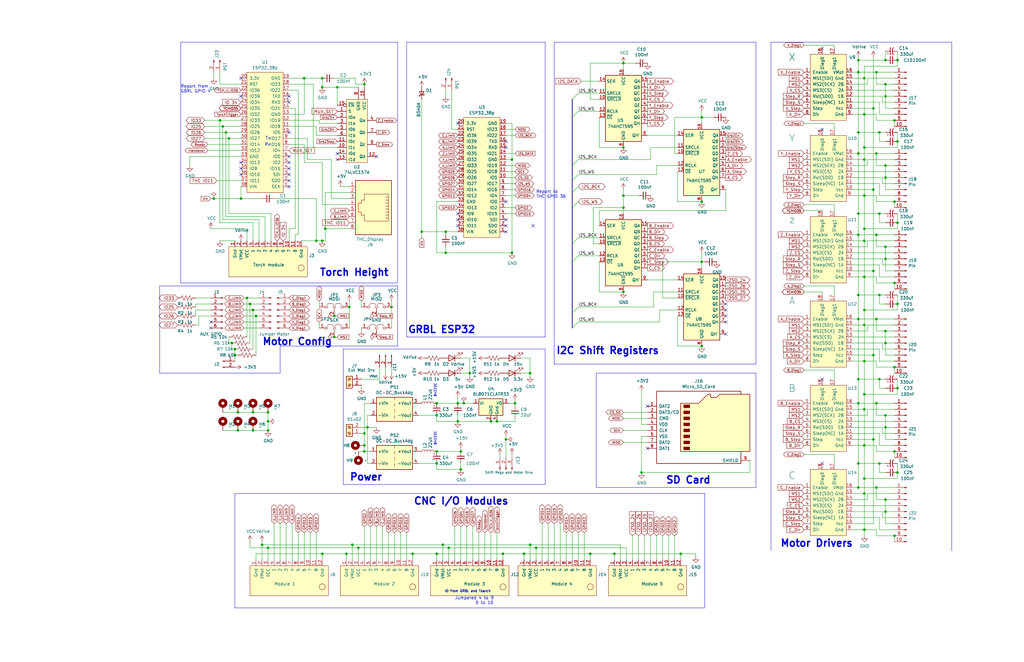
<source format=kicad_sch>
(kicad_sch (version 20230121) (generator eeschema)
  (paper "USLedger")
  (title_block (title "Heath Dring Plasma Controller") (date "2021-01-25") (rev "V1.2") (company "TCJS Design"))
  (junction (at 105.41 128.27))
  (junction (at 361.95 90.17))
  (junction (at 184.15 175.26))
  (junction (at 110.49 229.87))
  (junction (at 364.49 152.4))
  (junction (at 378.46 25.4))
  (junction (at 148.59 229.87))
  (junction (at 100.33 173.99))
  (junction (at 370.84 124.46))
  (junction (at 373.38 144.78))
  (junction (at 378.46 93.98))
  (junction (at 370.84 195.58))
  (junction (at 295.91 110.49))
  (junction (at 373.38 175.26))
  (junction (at 173.99 233.68))
  (junction (at 153.67 182.88))
  (junction (at 215.9 67.31))
  (junction (at 295.91 49.53))
  (junction (at 262.89 62.23))
  (junction (at 226.06 231.14))
  (junction (at 96.52 58.42))
  (junction (at 364.49 33.02))
  (junction (at 93.98 53.34))
  (junction (at 194.31 190.5))
  (junction (at 128.27 33.02))
  (junction (at 153.67 35.56))
  (junction (at 364.49 96.52))
  (junction (at 364.49 116.84))
  (junction (at 106.68 181.61))
  (junction (at 295.91 146.05))
  (junction (at 248.92 233.68))
  (junction (at 377.19 190.5))
  (junction (at 215.9 106.68))
  (junction (at 184.15 190.5))
  (junction (at 373.38 139.7))
  (junction (at 189.23 231.14))
  (junction (at 113.03 231.14))
  (junction (at 369.57 30.48))
  (junction (at 113.03 177.8))
  (junction (at 364.49 166.37))
  (junction (at 377.19 226.06))
  (junction (at 295.91 85.09))
  (junction (at 217.17 170.18))
  (junction (at 361.95 134.62))
  (junction (at 377.19 50.8))
  (junction (at 104.14 125.73))
  (junction (at 135.89 101.6))
  (junction (at 95.25 55.88))
  (junction (at 361.95 124.46))
  (junction (at 373.38 35.56))
  (junction (at 106.68 173.99))
  (junction (at 361.95 205.74))
  (junction (at 369.57 205.74))
  (junction (at 364.49 223.52))
  (junction (at 135.89 33.02))
  (junction (at 368.3 80.01))
  (junction (at 373.38 215.9))
  (junction (at 223.52 229.87))
  (junction (at 370.84 160.02))
  (junction (at 195.58 170.18))
  (junction (at 184.15 170.18))
  (junction (at 154.94 180.34))
  (junction (at 187.96 106.68))
  (junction (at 361.95 30.48))
  (junction (at 373.38 109.22))
  (junction (at 207.01 177.8))
  (junction (at 373.38 40.64))
  (junction (at 147.32 129.54))
  (junction (at 106.68 130.81))
  (junction (at 373.38 210.82))
  (junction (at 364.49 137.16))
  (junction (at 361.95 170.18))
  (junction (at 212.09 233.68))
  (junction (at 107.95 133.35))
  (junction (at 364.49 62.23))
  (junction (at 378.46 199.39))
  (junction (at 113.03 181.61))
  (junction (at 270.51 199.39))
  (junction (at 220.98 233.68))
  (junction (at 377.19 85.09))
  (junction (at 165.1 129.54))
  (junction (at 370.84 90.17))
  (junction (at 133.35 101.6))
  (junction (at 364.49 82.55))
  (junction (at 186.69 229.87))
  (junction (at 368.3 114.3))
  (junction (at 97.79 144.78))
  (junction (at 184.15 195.58))
  (junction (at 262.89 82.55))
  (junction (at 369.57 64.77))
  (junction (at 377.19 119.38))
  (junction (at 373.38 25.4))
  (junction (at 184.15 233.68))
  (junction (at 135.89 36.83))
  (junction (at 364.49 67.31))
  (junction (at 177.8 97.79))
  (junction (at 364.49 101.6))
  (junction (at 361.95 25.4))
  (junction (at 373.38 74.93))
  (junction (at 151.13 231.14))
  (junction (at 377.19 154.94))
  (junction (at 364.49 208.28))
  (junction (at 140.97 142.24))
  (junction (at 146.05 233.68))
  (junction (at 368.3 45.72))
  (junction (at 194.31 198.12))
  (junction (at 364.49 172.72))
  (junction (at 364.49 201.93))
  (junction (at 193.04 177.8))
  (junction (at 368.3 149.86))
  (junction (at 262.89 87.63))
  (junction (at 187.96 97.79))
  (junction (at 378.46 128.27))
  (junction (at 142.24 36.83))
  (junction (at 262.89 26.67))
  (junction (at 373.38 69.85))
  (junction (at 369.57 134.62))
  (junction (at 361.95 195.58))
  (junction (at 361.95 99.06))
  (junction (at 90.17 83.82))
  (junction (at 113.03 173.99))
  (junction (at 364.49 48.26))
  (junction (at 368.3 185.42))
  (junction (at 100.33 181.61))
  (junction (at 361.95 64.77))
  (junction (at 223.52 157.48))
  (junction (at 287.02 233.68))
  (junction (at 140.97 133.35))
  (junction (at 137.16 96.52))
  (junction (at 193.04 170.18))
  (junction (at 361.95 160.02))
  (junction (at 101.6 83.82))
  (junction (at 198.12 157.48))
  (junction (at 213.36 185.42))
  (junction (at 92.71 50.8))
  (junction (at 153.67 187.96))
  (junction (at 262.89 123.19))
  (junction (at 153.67 190.5))
  (junction (at 369.57 99.06))
  (junction (at 361.95 55.88))
  (junction (at 373.38 180.34))
  (junction (at 378.46 163.83))
  (junction (at 99.06 149.86))
  (junction (at 99.06 147.32))
  (junction (at 209.55 177.8))
  (junction (at 135.89 233.68))
  (junction (at 373.38 104.14))
  (junction (at 378.46 59.69))
  (junction (at 369.57 170.18))
  (junction (at 364.49 130.81))
  (junction (at 259.08 233.68))
  (junction (at 364.49 187.96))
  (junction (at 370.84 55.88))
  (no_connect (at 213.36 85.09))
  (no_connect (at 346.71 54.61))
  (no_connect (at 88.9 135.89))
  (no_connect (at 193.04 90.17))
  (no_connect (at 273.05 189.23))
  (no_connect (at 193.04 52.07))
  (no_connect (at 213.36 97.79))
  (no_connect (at 213.36 62.23))
  (no_connect (at 121.92 78.74))
  (no_connect (at 101.6 40.64))
  (no_connect (at 193.04 92.71))
  (no_connect (at 193.04 95.25))
  (no_connect (at 121.92 40.64))
  (no_connect (at 121.92 43.18))
  (no_connect (at 101.6 73.66))
  (no_connect (at 121.92 71.12))
  (no_connect (at 101.6 71.12))
  (no_connect (at 142.24 64.77))
  (no_connect (at 101.6 68.58))
  (no_connect (at 158.75 66.04))
  (no_connect (at 121.92 68.58))
  (no_connect (at 306.07 140.97))
  (no_connect (at 346.71 195.58))
  (no_connect (at 306.07 133.35))
  (no_connect (at 306.07 128.27))
  (no_connect (at 213.36 92.71))
  (no_connect (at 121.92 55.88))
  (no_connect (at 213.36 59.69))
  (no_connect (at 224.79 95.25))
  (no_connect (at 121.92 66.04))
  (no_connect (at 121.92 76.2))
  (no_connect (at 121.92 73.66))
  (no_connect (at 346.71 20.32))
  (no_connect (at 273.05 171.45))
  (no_connect (at 306.07 135.89))
  (no_connect (at 213.36 95.25))
  (no_connect (at 142.24 67.31))
  (no_connect (at 306.07 130.81))
  (no_connect (at 101.6 33.02))
  (no_connect (at 346.71 160.02))
  (no_connect (at 88.9 138.43))
  (bus_entry (at 241.3 132.08) (size 2.54 -2.54))
  (bus_entry (at 241.3 41.91) (size 2.54 -2.54))
  (bus_entry (at 241.3 102.87) (size 2.54 -2.54))
  (bus_entry (at 241.3 138.43) (size 2.54 -2.54))
  (bus_entry (at 241.3 81.28) (size 2.54 -2.54))
  (bus_entry (at 241.3 49.53) (size 2.54 -2.54))
  (bus_entry (at 241.3 87.63) (size 2.54 -2.54))
  (bus_entry (at 241.3 110.49) (size 2.54 -2.54))
  (bus_entry (at 241.3 69.85) (size 2.54 -2.54))
  (bus_entry (at 241.3 76.2) (size 2.54 -2.54))
  (wire (pts (xy 213.36 87.63) (xy 217.17 87.63)))
  (wire (pts (xy 361.95 170.18) (xy 361.95 160.02)))
  (wire (pts (xy 213.36 82.55) (xy 217.17 82.55)))
  (wire (pts (xy 372.11 43.18) (xy 377.19 43.18)))
  (wire (pts (xy 82.55 129.54) (xy 82.55 128.27)))
  (wire (pts (xy 373.38 215.9) (xy 373.38 220.98)))
  (polyline (pts (xy 67.31 157.48) (xy 118.11 157.48)))
  (wire (pts (xy 153.67 170.18) (xy 153.67 182.88)))
  (wire (pts (xy 378.46 59.69) (xy 378.46 62.23)))
  (wire (pts (xy 369.57 50.8) (xy 369.57 48.26)))
  (wire (pts (xy 377.19 69.85) (xy 373.38 69.85)))
  (wire (pts (xy 269.24 226.06) (xy 269.24 236.22)))
  (wire (pts (xy 368.3 45.72) (xy 368.3 80.01)))
  (wire (pts (xy 378.46 25.4) (xy 378.46 27.94)))
  (wire (pts (xy 359.41 220.98) (xy 368.3 220.98)))
  (wire (pts (xy 215.9 67.31) (xy 215.9 106.68)))
  (wire (pts (xy 139.7 67.31) (xy 139.7 83.82)))
  (wire (pts (xy 102.87 128.27) (xy 105.41 128.27)))
  (wire (pts (xy 186.69 236.22) (xy 186.69 229.87)))
  (wire (pts (xy 215.9 52.07) (xy 215.9 67.31)))
  (wire (pts (xy 274.32 67.31) (xy 274.32 62.23)))
  (wire (pts (xy 115.57 83.82) (xy 133.35 83.82)))
  (wire (pts (xy 189.23 231.14) (xy 226.06 231.14)))
  (wire (pts (xy 378.46 166.37) (xy 364.49 166.37)))
  (wire (pts (xy 372.11 180.34) (xy 372.11 182.88)))
  (polyline (pts (xy 76.2 119.38) (xy 167.64 119.38)))
  (wire (pts (xy 243.84 46.99) (xy 252.73 46.99)))
  (wire (pts (xy 359.41 106.68) (xy 377.19 106.68)))
  (wire (pts (xy 370.84 59.69) (xy 370.84 55.88)))
  (wire (pts (xy 365.76 208.28) (xy 377.19 208.28)))
  (wire (pts (xy 369.57 175.26) (xy 373.38 175.26)))
  (wire (pts (xy 364.49 116.84) (xy 364.49 101.6)))
  (wire (pts (xy 194.31 157.48) (xy 198.12 157.48)))
  (wire (pts (xy 377.19 87.63) (xy 377.19 85.09)))
  (wire (pts (xy 128.27 224.79) (xy 128.27 236.22)))
  (wire (pts (xy 274.32 62.23) (xy 285.75 62.23)))
  (wire (pts (xy 128.27 68.58) (xy 135.89 68.58)))
  (wire (pts (xy 365.76 210.82) (xy 365.76 208.28)))
  (wire (pts (xy 95.25 55.88) (xy 86.36 55.88)))
  (wire (pts (xy 107.95 149.86) (xy 107.95 133.35)))
  (wire (pts (xy 378.46 199.39) (xy 378.46 201.93)))
  (wire (pts (xy 156.21 175.26) (xy 154.94 175.26)))
  (wire (pts (xy 262.89 176.53) (xy 273.05 176.53)))
  (wire (pts (xy 154.94 180.34) (xy 158.75 180.34)))
  (wire (pts (xy 184.15 177.8) (xy 193.04 177.8)))
  (wire (pts (xy 351.79 124.46) (xy 351.79 120.65)))
  (wire (pts (xy 90.17 83.82) (xy 101.6 83.82)))
  (wire (pts (xy 176.53 195.58) (xy 184.15 195.58)))
  (wire (pts (xy 104.14 96.52) (xy 104.14 101.6)))
  (bus (pts (xy 241.3 76.2) (xy 241.3 81.28)))
  (wire (pts (xy 193.04 170.18) (xy 195.58 170.18)))
  (wire (pts (xy 361.95 99.06) (xy 361.95 90.17)))
  (wire (pts (xy 262.89 82.55) (xy 262.89 87.63)))
  (wire (pts (xy 133.35 53.34) (xy 133.35 57.15)))
  (wire (pts (xy 102.87 135.89) (xy 109.22 135.89)))
  (wire (pts (xy 365.76 175.26) (xy 365.76 172.72)))
  (wire (pts (xy 372.11 109.22) (xy 372.11 111.76)))
  (wire (pts (xy 125.73 99.06) (xy 124.46 99.06)))
  (wire (pts (xy 153.67 182.88) (xy 153.67 187.96)))
  (wire (pts (xy 217.17 171.45) (xy 217.17 170.18)))
  (wire (pts (xy 186.69 229.87) (xy 223.52 229.87)))
  (wire (pts (xy 189.23 236.22) (xy 189.23 231.14)))
  (wire (pts (xy 370.84 55.88) (xy 361.95 55.88)))
  (wire (pts (xy 364.49 166.37) (xy 364.49 172.72)))
  (wire (pts (xy 377.19 85.09) (xy 369.57 85.09)))
  (wire (pts (xy 215.9 193.04) (xy 215.9 191.77)))
  (wire (pts (xy 151.13 231.14) (xy 189.23 231.14)))
  (wire (pts (xy 359.41 172.72) (xy 364.49 172.72)))
  (wire (pts (xy 372.11 144.78) (xy 372.11 147.32)))
  (wire (pts (xy 377.19 228.6) (xy 377.19 226.06)))
  (wire (pts (xy 140.97 33.02) (xy 149.86 33.02)))
  (wire (pts (xy 359.41 38.1) (xy 377.19 38.1)))
  (wire (pts (xy 217.17 170.18) (xy 217.17 168.91)))
  (wire (pts (xy 262.89 80.01) (xy 262.89 82.55)))
  (wire (pts (xy 125.73 224.79) (xy 125.73 236.22)))
  (wire (pts (xy 152.4 163.83) (xy 152.4 162.56)))
  (wire (pts (xy 152.4 182.88) (xy 153.67 182.88)))
  (wire (pts (xy 284.48 49.53) (xy 295.91 49.53)))
  (wire (pts (xy 252.73 95.25) (xy 252.73 88.9)))
  (wire (pts (xy 135.89 33.02) (xy 135.89 36.83)))
  (wire (pts (xy 281.94 226.06) (xy 281.94 236.22)))
  (wire (pts (xy 92.71 93.98) (xy 106.68 93.98)))
  (wire (pts (xy 359.41 30.48) (xy 361.95 30.48)))
  (wire (pts (xy 177.8 97.79) (xy 177.8 100.33)))
  (wire (pts (xy 369.57 170.18) (xy 377.19 170.18)))
  (wire (pts (xy 364.49 226.06) (xy 364.49 223.52)))
  (wire (pts (xy 377.19 154.94) (xy 369.57 154.94)))
  (wire (pts (xy 96.52 58.42) (xy 96.52 90.17)))
  (wire (pts (xy 275.59 129.54) (xy 275.59 123.19)))
  (wire (pts (xy 370.84 93.98) (xy 370.84 90.17)))
  (wire (pts (xy 361.95 64.77) (xy 369.57 64.77)))
  (wire (pts (xy 264.16 236.22) (xy 264.16 231.14)))
  (wire (pts (xy 92.71 35.56) (xy 92.71 30.48)))
  (wire (pts (xy 370.84 77.47) (xy 370.84 82.55)))
  (wire (pts (xy 154.94 180.34) (xy 154.94 195.58)))
  (wire (pts (xy 369.57 69.85) (xy 369.57 64.77)))
  (wire (pts (xy 364.49 96.52) (xy 364.49 101.6)))
  (wire (pts (xy 248.92 26.67) (xy 262.89 26.67)))
  (polyline (pts (xy 144.78 147.32) (xy 144.78 204.47)))
  (wire (pts (xy 370.84 163.83) (xy 370.84 160.02)))
  (wire (pts (xy 295.91 52.07) (xy 295.91 49.53)))
  (wire (pts (xy 270.51 184.15) (xy 270.51 199.39)))
  (wire (pts (xy 364.49 152.4) (xy 364.49 166.37)))
  (wire (pts (xy 106.68 130.81) (xy 109.22 130.81)))
  (wire (pts (xy 261.62 229.87) (xy 261.62 236.22)))
  (wire (pts (xy 373.38 139.7) (xy 377.19 139.7)))
  (wire (pts (xy 369.57 170.18) (xy 369.57 175.26)))
  (wire (pts (xy 300.99 49.53) (xy 295.91 49.53)))
  (wire (pts (xy 92.71 50.8) (xy 86.36 50.8)))
  (wire (pts (xy 121.92 38.1) (xy 125.73 38.1)))
  (bus (pts (xy 241.3 102.87) (xy 241.3 110.49)))
  (wire (pts (xy 364.49 62.23) (xy 364.49 67.31)))
  (wire (pts (xy 102.87 130.81) (xy 106.68 130.81)))
  (wire (pts (xy 359.41 114.3) (xy 368.3 114.3)))
  (wire (pts (xy 370.84 124.46) (xy 361.95 124.46)))
  (wire (pts (xy 121.92 48.26) (xy 128.27 48.26)))
  (wire (pts (xy 165.1 138.43) (xy 165.1 129.54)))
  (wire (pts (xy 373.38 74.93) (xy 373.38 69.85)))
  (wire (pts (xy 149.86 35.56) (xy 153.67 35.56)))
  (wire (pts (xy 370.84 147.32) (xy 370.84 152.4)))
  (wire (pts (xy 152.4 139.7) (xy 152.4 138.43)))
  (wire (pts (xy 143.51 78.74) (xy 147.32 78.74)))
  (wire (pts (xy 128.27 48.26) (xy 128.27 33.02)))
  (wire (pts (xy 365.76 172.72) (xy 377.19 172.72)))
  (wire (pts (xy 369.57 152.4) (xy 364.49 152.4)))
  (wire (pts (xy 140.97 133.35) (xy 142.24 133.35)))
  (wire (pts (xy 273.05 118.11) (xy 285.75 118.11)))
  (wire (pts (xy 351.79 20.32) (xy 351.79 19.05)))
  (polyline (pts (xy 171.45 17.78) (xy 229.87 17.78)))
  (wire (pts (xy 99.06 147.32) (xy 99.06 149.86)))
  (wire (pts (xy 306.07 88.9) (xy 306.07 80.01)))
  (bus (pts (xy 241.3 81.28) (xy 241.3 87.63)))
  (wire (pts (xy 369.57 223.52) (xy 364.49 223.52)))
  (wire (pts (xy 373.38 180.34) (xy 373.38 185.42)))
  (wire (pts (xy 209.55 224.79) (xy 209.55 236.22)))
  (wire (pts (xy 368.3 80.01) (xy 368.3 114.3)))
  (wire (pts (xy 295.91 113.03) (xy 295.91 110.49)))
  (wire (pts (xy 369.57 134.62) (xy 377.19 134.62)))
  (wire (pts (xy 378.46 201.93) (xy 364.49 201.93)))
  (wire (pts (xy 359.41 142.24) (xy 377.19 142.24)))
  (wire (pts (xy 369.57 85.09) (xy 369.57 82.55)))
  (wire (pts (xy 173.99 233.68) (xy 184.15 233.68)))
  (wire (pts (xy 121.92 33.02) (xy 128.27 33.02)))
  (wire (pts (xy 369.57 48.26) (xy 364.49 48.26)))
  (polyline (pts (xy 144.78 147.32) (xy 229.87 147.32)))
  (wire (pts (xy 373.38 109.22) (xy 377.19 109.22)))
  (wire (pts (xy 377.19 80.01) (xy 373.38 80.01)))
  (wire (pts (xy 213.36 54.61) (xy 217.17 54.61)))
  (wire (pts (xy 377.19 40.64) (xy 373.38 40.64)))
  (wire (pts (xy 190.5 38.1) (xy 190.5 54.61)))
  (wire (pts (xy 213.36 77.47) (xy 217.17 77.47)))
  (wire (pts (xy 370.84 111.76) (xy 370.84 116.84)))
  (wire (pts (xy 364.49 223.52) (xy 364.49 208.28)))
  (wire (pts (xy 102.87 133.35) (xy 107.95 133.35)))
  (wire (pts (xy 351.79 88.9) (xy 351.79 86.36)))
  (wire (pts (xy 359.41 48.26) (xy 364.49 48.26)))
  (wire (pts (xy 196.85 222.25) (xy 196.85 236.22)))
  (wire (pts (xy 101.6 55.88) (xy 95.25 55.88)))
  (wire (pts (xy 100.33 181.61) (xy 93.98 181.61)))
  (polyline (pts (xy 233.68 153.67) (xy 318.77 153.67)))
  (wire (pts (xy 194.31 198.12) (xy 194.31 195.58)))
  (wire (pts (xy 246.38 224.79) (xy 246.38 236.22)))
  (wire (pts (xy 83.82 137.16) (xy 83.82 133.35)))
  (wire (pts (xy 373.38 180.34) (xy 377.19 180.34)))
  (wire (pts (xy 361.95 99.06) (xy 369.57 99.06)))
  (wire (pts (xy 359.41 116.84) (xy 364.49 116.84)))
  (wire (pts (xy 95.25 91.44) (xy 111.76 91.44)))
  (wire (pts (xy 279.4 125.73) (xy 279.4 110.49)))
  (wire (pts (xy 156.21 170.18) (xy 153.67 170.18)))
  (wire (pts (xy 96.52 144.78) (xy 97.79 144.78)))
  (wire (pts (xy 378.46 166.37) (xy 378.46 163.83)))
  (wire (pts (xy 184.15 198.12) (xy 194.31 198.12)))
  (wire (pts (xy 361.95 25.4) (xy 361.95 30.48)))
  (wire (pts (xy 361.95 134.62) (xy 361.95 124.46)))
  (wire (pts (xy 161.29 222.25) (xy 161.29 236.22)))
  (wire (pts (xy 377.19 50.8) (xy 369.57 50.8)))
  (wire (pts (xy 133.35 57.15) (xy 142.24 57.15)))
  (wire (pts (xy 82.55 133.35) (xy 82.55 130.81)))
  (wire (pts (xy 359.41 69.85) (xy 365.76 69.85)))
  (wire (pts (xy 101.6 35.56) (xy 92.71 35.56)))
  (wire (pts (xy 147.32 129.54) (xy 147.32 127)))
  (wire (pts (xy 148.59 236.22) (xy 148.59 229.87)))
  (wire (pts (xy 364.49 130.81) (xy 364.49 137.16)))
  (bus (pts (xy 241.3 110.49) (xy 241.3 132.08)))
  (wire (pts (xy 365.76 104.14) (xy 365.76 101.6)))
  (wire (pts (xy 373.38 220.98) (xy 377.19 220.98)))
  (wire (pts (xy 109.22 92.71) (xy 109.22 101.6)))
  (wire (pts (xy 201.93 224.79) (xy 201.93 236.22)))
  (wire (pts (xy 176.53 175.26) (xy 184.15 175.26)))
  (wire (pts (xy 373.38 175.26) (xy 373.38 180.34)))
  (wire (pts (xy 378.46 160.02) (xy 378.46 163.83)))
  (wire (pts (xy 147.32 96.52) (xy 137.16 96.52)))
  (wire (pts (xy 365.76 67.31) (xy 377.19 67.31)))
  (wire (pts (xy 369.57 187.96) (xy 364.49 187.96)))
  (wire (pts (xy 228.6 220.98) (xy 228.6 236.22)))
  (wire (pts (xy 102.87 138.43) (xy 109.22 138.43)))
  (wire (pts (xy 373.38 149.86) (xy 377.19 149.86)))
  (wire (pts (xy 213.36 90.17) (xy 217.17 90.17)))
  (wire (pts (xy 359.41 177.8) (xy 377.19 177.8)))
  (wire (pts (xy 195.58 170.18) (xy 199.39 170.18)))
  (wire (pts (xy 212.09 233.68) (xy 220.98 233.68)))
  (wire (pts (xy 284.48 64.77) (xy 284.48 49.53)))
  (wire (pts (xy 184.15 190.5) (xy 194.31 190.5)))
  (wire (pts (xy 152.4 160.02) (xy 160.02 160.02)))
  (wire (pts (xy 359.41 152.4) (xy 364.49 152.4)))
  (wire (pts (xy 111.76 91.44) (xy 111.76 101.6)))
  (wire (pts (xy 184.15 233.68) (xy 212.09 233.68)))
  (wire (pts (xy 373.38 80.01) (xy 373.38 74.93)))
  (wire (pts (xy 368.3 24.13) (xy 368.3 45.72)))
  (wire (pts (xy 114.3 90.17) (xy 114.3 101.6)))
  (wire (pts (xy 173.99 236.22) (xy 173.99 233.68)))
  (wire (pts (xy 364.49 48.26) (xy 364.49 33.02)))
  (wire (pts (xy 184.15 106.68) (xy 187.96 106.68)))
  (wire (pts (xy 166.37 224.79) (xy 166.37 236.22)))
  (wire (pts (xy 213.36 74.93) (xy 217.17 74.93)))
  (wire (pts (xy 369.57 226.06) (xy 369.57 223.52)))
  (wire (pts (xy 121.92 60.96) (xy 128.27 60.96)))
  (wire (pts (xy 245.11 34.29) (xy 252.73 34.29)))
  (polyline (pts (xy 229.87 147.32) (xy 229.87 204.47)))
  (wire (pts (xy 364.49 201.93) (xy 364.49 208.28)))
  (wire (pts (xy 351.79 19.05) (xy 339.09 19.05)))
  (wire (pts (xy 113.03 177.8) (xy 113.03 181.61)))
  (wire (pts (xy 359.41 180.34) (xy 372.11 180.34)))
  (wire (pts (xy 378.46 90.17) (xy 378.46 93.98)))
  (wire (pts (xy 372.11 111.76) (xy 377.19 111.76)))
  (polyline (pts (xy 325.12 17.78) (xy 325.12 232.41)))
  (wire (pts (xy 373.38 59.69) (xy 370.84 59.69)))
  (wire (pts (xy 83.82 133.35) (xy 88.9 133.35)))
  (wire (pts (xy 101.6 53.34) (xy 93.98 53.34)))
  (wire (pts (xy 121.92 50.8) (xy 134.62 50.8)))
  (polyline (pts (xy 318.77 153.67) (xy 318.77 17.78)))
  (wire (pts (xy 213.36 52.07) (xy 215.9 52.07)))
  (wire (pts (xy 250.19 102.87) (xy 252.73 102.87)))
  (wire (pts (xy 121.92 96.52) (xy 121.92 101.6)))
  (wire (pts (xy 359.41 175.26) (xy 365.76 175.26)))
  (wire (pts (xy 106.68 173.99) (xy 113.03 173.99)))
  (wire (pts (xy 147.32 138.43) (xy 147.32 129.54)))
  (wire (pts (xy 364.49 187.96) (xy 364.49 201.93)))
  (wire (pts (xy 146.05 236.22) (xy 146.05 233.68)))
  (wire (pts (xy 243.84 129.54) (xy 275.59 129.54)))
  (wire (pts (xy 373.38 69.85) (xy 369.57 69.85)))
  (wire (pts (xy 133.35 224.79) (xy 133.35 236.22)))
  (wire (pts (xy 373.38 128.27) (xy 370.84 128.27)))
  (wire (pts (xy 359.41 111.76) (xy 370.84 111.76)))
  (wire (pts (xy 121.92 35.56) (xy 132.08 35.56)))
  (wire (pts (xy 370.84 116.84) (xy 377.19 116.84)))
  (wire (pts (xy 377.19 226.06) (xy 369.57 226.06)))
  (wire (pts (xy 373.38 163.83) (xy 370.84 163.83)))
  (wire (pts (xy 339.09 156.21) (xy 351.79 156.21)))
  (wire (pts (xy 146.05 233.68) (xy 173.99 233.68)))
  (wire (pts (xy 373.38 114.3) (xy 377.19 114.3)))
  (wire (pts (xy 193.04 170.18) (xy 193.04 167.64)))
  (wire (pts (xy 104.14 125.73) (xy 109.22 125.73)))
  (wire (pts (xy 177.8 97.79) (xy 177.8 41.91)))
  (wire (pts (xy 223.52 157.48) (xy 223.52 158.75)))
  (wire (pts (xy 351.79 52.07) (xy 339.09 52.07)))
  (wire (pts (xy 373.38 144.78) (xy 373.38 149.86)))
  (wire (pts (xy 134.62 50.8) (xy 134.62 52.07)))
  (wire (pts (xy 339.09 191.77) (xy 351.79 191.77)))
  (polyline (pts (xy 99.06 208.28) (xy 99.06 256.54)))
  (wire (pts (xy 214.63 170.18) (xy 217.17 170.18)))
  (wire (pts (xy 279.4 226.06) (xy 279.4 236.22)))
  (wire (pts (xy 151.13 236.22) (xy 151.13 231.14)))
  (wire (pts (xy 115.57 236.22) (xy 115.57 220.98)))
  (polyline (pts (xy 171.45 17.78) (xy 171.45 142.24)))
  (wire (pts (xy 270.51 199.39) (xy 316.23 199.39)))
  (wire (pts (xy 359.41 134.62) (xy 361.95 134.62)))
  (wire (pts (xy 223.52 236.22) (xy 223.52 229.87)))
  (wire (pts (xy 361.95 30.48) (xy 369.57 30.48)))
  (wire (pts (xy 378.46 96.52) (xy 364.49 96.52)))
  (wire (pts (xy 207.01 224.79) (xy 207.01 236.22)))
  (wire (pts (xy 369.57 139.7) (xy 373.38 139.7)))
  (wire (pts (xy 361.95 90.17) (xy 361.95 64.77)))
  (wire (pts (xy 97.79 147.32) (xy 99.06 147.32)))
  (wire (pts (xy 262.89 173.99) (xy 273.05 173.99)))
  (wire (pts (xy 184.15 236.22) (xy 184.15 233.68)))
  (wire (pts (xy 351.79 195.58) (xy 351.79 191.77)))
  (wire (pts (xy 184.15 85.09) (xy 193.04 85.09)))
  (wire (pts (xy 107.95 233.68) (xy 135.89 233.68)))
  (wire (pts (xy 113.03 231.14) (xy 105.41 231.14)))
  (wire (pts (xy 219.71 151.13) (xy 223.52 151.13)))
  (wire (pts (xy 165.1 154.94) (xy 165.1 157.48)))
  (wire (pts (xy 373.38 124.46) (xy 370.84 124.46)))
  (wire (pts (xy 373.38 104.14) (xy 373.38 109.22)))
  (wire (pts (xy 279.4 110.49) (xy 295.91 110.49)))
  (wire (pts (xy 87.63 60.96) (xy 101.6 60.96)))
  (wire (pts (xy 377.19 119.38) (xy 369.57 119.38)))
  (wire (pts (xy 378.46 55.88) (xy 378.46 59.69)))
  (wire (pts (xy 92.71 50.8) (xy 92.71 93.98)))
  (wire (pts (xy 129.54 67.31) (xy 139.7 67.31)))
  (wire (pts (xy 359.41 99.06) (xy 361.95 99.06)))
  (wire (pts (xy 184.15 195.58) (xy 184.15 198.12)))
  (wire (pts (xy 359.41 208.28) (xy 364.49 208.28)))
  (wire (pts (xy 377.19 53.34) (xy 377.19 50.8)))
  (polyline (pts (xy 401.32 232.41) (xy 401.32 17.78)))
  (wire (pts (xy 213.36 64.77) (xy 217.17 64.77)))
  (wire (pts (xy 278.13 135.89) (xy 278.13 130.81)))
  (wire (pts (xy 130.81 224.79) (xy 130.81 236.22)))
  (polyline (pts (xy 251.46 157.48) (xy 251.46 205.74)))
  (wire (pts (xy 369.57 104.14) (xy 373.38 104.14)))
  (wire (pts (xy 96.52 142.24) (xy 96.52 144.78)))
  (wire (pts (xy 370.84 152.4) (xy 377.19 152.4)))
  (wire (pts (xy 361.95 64.77) (xy 361.95 55.88)))
  (wire (pts (xy 365.76 69.85) (xy 365.76 67.31)))
  (bus (pts (xy 241.3 41.91) (xy 241.3 49.53)))
  (wire (pts (xy 231.14 220.98) (xy 231.14 236.22)))
  (wire (pts (xy 152.4 129.54) (xy 152.4 127)))
  (wire (pts (xy 373.38 109.22) (xy 373.38 114.3)))
  (wire (pts (xy 213.36 72.39) (xy 217.17 72.39)))
  (wire (pts (xy 252.73 49.53) (xy 252.73 62.23)))
  (wire (pts (xy 370.84 187.96) (xy 377.19 187.96)))
  (wire (pts (xy 370.84 223.52) (xy 377.19 223.52)))
  (wire (pts (xy 104.14 142.24) (xy 104.14 125.73)))
  (wire (pts (xy 372.11 147.32) (xy 377.19 147.32)))
  (wire (pts (xy 295.91 106.68) (xy 295.91 110.49)))
  (wire (pts (xy 359.41 139.7) (xy 365.76 139.7)))
  (wire (pts (xy 359.41 223.52) (xy 364.49 223.52)))
  (wire (pts (xy 365.76 101.6) (xy 377.19 101.6)))
  (wire (pts (xy 370.84 160.02) (xy 361.95 160.02)))
  (wire (pts (xy 285.75 64.77) (xy 284.48 64.77)))
  (wire (pts (xy 285.75 72.39) (xy 285.75 85.09)))
  (wire (pts (xy 213.36 184.15) (xy 213.36 185.42)))
  (wire (pts (xy 238.76 224.79) (xy 238.76 236.22)))
  (wire (pts (xy 370.84 195.58) (xy 361.95 195.58)))
  (wire (pts (xy 370.84 182.88) (xy 370.84 187.96)))
  (wire (pts (xy 88.9 96.52) (xy 104.14 96.52)))
  (wire (pts (xy 102.87 125.73) (xy 104.14 125.73)))
  (wire (pts (xy 93.98 53.34) (xy 86.36 53.34)))
  (wire (pts (xy 278.13 130.81) (xy 285.75 130.81)))
  (wire (pts (xy 121.92 45.72) (xy 124.46 45.72)))
  (polyline (pts (xy 144.78 204.47) (xy 229.87 204.47)))
  (wire (pts (xy 243.84 135.89) (xy 278.13 135.89)))
  (wire (pts (xy 273.05 57.15) (xy 285.75 57.15)))
  (wire (pts (xy 101.6 50.8) (xy 92.71 50.8)))
  (bus (pts (xy 241.3 87.63) (xy 241.3 102.87)))
  (wire (pts (xy 369.57 82.55) (xy 364.49 82.55)))
  (wire (pts (xy 220.98 233.68) (xy 248.92 233.68)))
  (wire (pts (xy 88.9 83.82) (xy 90.17 83.82)))
  (wire (pts (xy 259.08 233.68) (xy 287.02 233.68)))
  (wire (pts (xy 153.67 190.5) (xy 156.21 190.5)))
  (wire (pts (xy 377.19 193.04) (xy 377.19 190.5)))
  (wire (pts (xy 151.13 190.5) (xy 153.67 190.5)))
  (polyline (pts (xy 401.32 17.78) (xy 325.12 17.78)))
  (wire (pts (xy 105.41 231.14) (xy 105.41 228.6)))
  (wire (pts (xy 372.11 40.64) (xy 372.11 43.18)))
  (wire (pts (xy 187.96 99.06) (xy 187.96 97.79)))
  (polyline (pts (xy 171.45 142.24) (xy 229.87 142.24)))
  (wire (pts (xy 101.6 78.74) (xy 101.6 83.82)))
  (wire (pts (xy 99.06 149.86) (xy 99.06 152.4)))
  (wire (pts (xy 142.24 36.83) (xy 151.13 36.83)))
  (wire (pts (xy 361.95 205.74) (xy 369.57 205.74)))
  (wire (pts (xy 135.89 68.58) (xy 135.89 86.36)))
  (polyline (pts (xy 318.77 17.78) (xy 233.68 17.78)))
  (wire (pts (xy 262.89 26.67) (xy 267.97 26.67)))
  (wire (pts (xy 346.71 123.19) (xy 346.71 124.46)))
  (wire (pts (xy 194.31 151.13) (xy 198.12 151.13)))
  (wire (pts (xy 262.89 87.63) (xy 250.19 87.63)))
  (wire (pts (xy 372.11 215.9) (xy 372.11 218.44)))
  (wire (pts (xy 373.38 199.39) (xy 370.84 199.39)))
  (wire (pts (xy 107.95 236.22) (xy 107.95 233.68)))
  (wire (pts (xy 373.38 139.7) (xy 373.38 144.78)))
  (wire (pts (xy 370.84 48.26) (xy 377.19 48.26)))
  (wire (pts (xy 140.97 142.24) (xy 142.24 142.24)))
  (polyline (pts (xy 229.87 142.24) (xy 229.87 17.78)))
  (wire (pts (xy 351.79 160.02) (xy 351.79 156.21)))
  (wire (pts (xy 128.27 33.02) (xy 135.89 33.02)))
  (wire (pts (xy 364.49 82.55) (xy 364.49 67.31)))
  (wire (pts (xy 139.7 83.82) (xy 147.32 83.82)))
  (wire (pts (xy 213.36 69.85) (xy 217.17 69.85)))
  (bus (pts (xy 241.3 132.08) (xy 241.3 138.43)))
  (wire (pts (xy 135.89 86.36) (xy 147.32 86.36)))
  (wire (pts (xy 295.91 110.49) (xy 297.18 110.49)))
  (wire (pts (xy 361.95 134.62) (xy 369.57 134.62)))
  (wire (pts (xy 171.45 224.79) (xy 171.45 236.22)))
  (wire (pts (xy 373.38 40.64) (xy 373.38 35.56)))
  (wire (pts (xy 276.86 226.06) (xy 276.86 236.22)))
  (wire (pts (xy 142.24 36.83) (xy 135.89 36.83)))
  (wire (pts (xy 91.44 76.2) (xy 101.6 76.2)))
  (wire (pts (xy 372.11 182.88) (xy 377.19 182.88)))
  (wire (pts (xy 128.27 60.96) (xy 128.27 68.58)))
  (wire (pts (xy 194.31 222.25) (xy 194.31 236.22)))
  (wire (pts (xy 243.84 224.79) (xy 243.84 236.22)))
  (wire (pts (xy 373.38 55.88) (xy 370.84 55.88)))
  (wire (pts (xy 213.36 185.42) (xy 213.36 193.04)))
  (wire (pts (xy 129.54 58.42) (xy 129.54 67.31)))
  (wire (pts (xy 378.46 124.46) (xy 378.46 128.27)))
  (polyline (pts (xy 167.64 119.38) (xy 167.64 17.78)))
  (wire (pts (xy 364.49 48.26) (xy 364.49 62.23)))
  (polyline (pts (xy 233.68 17.78) (xy 233.68 153.67)))
  (wire (pts (xy 82.55 128.27) (xy 88.9 128.27)))
  (wire (pts (xy 236.22 220.98) (xy 236.22 236.22)))
  (polyline (pts (xy 318.77 205.74) (xy 318.77 157.48)))
  (wire (pts (xy 285.75 85.09) (xy 295.91 85.09)))
  (wire (pts (xy 372.11 77.47) (xy 377.19 77.47)))
  (wire (pts (xy 359.41 64.77) (xy 361.95 64.77)))
  (wire (pts (xy 370.84 128.27) (xy 370.84 124.46)))
  (wire (pts (xy 377.19 190.5) (xy 369.57 190.5)))
  (wire (pts (xy 364.49 152.4) (xy 364.49 137.16)))
  (wire (pts (xy 209.55 177.8) (xy 217.17 177.8)))
  (wire (pts (xy 359.41 80.01) (xy 368.3 80.01)))
  (wire (pts (xy 361.95 160.02) (xy 361.95 134.62)))
  (wire (pts (xy 163.83 224.79) (xy 163.83 236.22)))
  (polyline (pts (xy 318.77 157.48) (xy 251.46 157.48)))
  (wire (pts (xy 105.41 144.78) (xy 105.41 128.27)))
  (wire (pts (xy 213.36 57.15) (xy 217.17 57.15)))
  (bus (pts (xy 241.3 69.85) (xy 241.3 76.2)))
  (wire (pts (xy 82.55 130.81) (xy 88.9 130.81)))
  (wire (pts (xy 369.57 99.06) (xy 377.19 99.06)))
  (wire (pts (xy 378.46 195.58) (xy 378.46 199.39)))
  (wire (pts (xy 198.12 151.13) (xy 198.12 157.48)))
  (wire (pts (xy 377.19 121.92) (xy 377.19 119.38)))
  (polyline (pts (xy 118.11 157.48) (xy 118.11 146.05)))
  (wire (pts (xy 101.6 58.42) (xy 96.52 58.42)))
  (wire (pts (xy 359.41 213.36) (xy 377.19 213.36)))
  (wire (pts (xy 226.06 236.22) (xy 226.06 231.14)))
  (wire (pts (xy 361.95 195.58) (xy 361.95 170.18)))
  (wire (pts (xy 359.41 187.96) (xy 364.49 187.96)))
  (wire (pts (xy 118.11 236.22) (xy 118.11 220.98)))
  (wire (pts (xy 184.15 175.26) (xy 184.15 177.8)))
  (wire (pts (xy 187.96 106.68) (xy 215.9 106.68)))
  (polyline (pts (xy 297.18 208.28) (xy 99.06 208.28)))
  (wire (pts (xy 271.78 226.06) (xy 271.78 236.22)))
  (wire (pts (xy 243.84 39.37) (xy 252.73 39.37)))
  (wire (pts (xy 285.75 146.05) (xy 295.91 146.05)))
  (wire (pts (xy 96.52 58.42) (xy 86.36 58.42)))
  (wire (pts (xy 121.92 53.34) (xy 133.35 53.34)))
  (polyline (pts (xy 251.46 205.74) (xy 318.77 205.74)))
  (wire (pts (xy 369.57 154.94) (xy 369.57 152.4)))
  (wire (pts (xy 113.03 181.61) (xy 106.68 181.61)))
  (wire (pts (xy 199.39 222.25) (xy 199.39 236.22)))
  (wire (pts (xy 96.52 90.17) (xy 114.3 90.17)))
  (wire (pts (xy 193.04 177.8) (xy 193.04 175.26)))
  (wire (pts (xy 364.49 27.94) (xy 364.49 33.02)))
  (wire (pts (xy 359.41 144.78) (xy 372.11 144.78)))
  (wire (pts (xy 153.67 35.56) (xy 153.67 36.83)))
  (wire (pts (xy 191.77 222.25) (xy 191.77 236.22)))
  (wire (pts (xy 90.17 33.02) (xy 90.17 30.48)))
  (wire (pts (xy 213.36 67.31) (xy 215.9 67.31)))
  (wire (pts (xy 368.3 185.42) (xy 368.3 220.98)))
  (wire (pts (xy 369.57 190.5) (xy 369.57 187.96)))
  (wire (pts (xy 378.46 25.4) (xy 378.46 21.59)))
  (wire (pts (xy 252.73 110.49) (xy 252.73 123.19)))
  (wire (pts (xy 184.15 170.18) (xy 193.04 170.18)))
  (wire (pts (xy 370.84 82.55) (xy 377.19 82.55)))
  (wire (pts (xy 359.41 185.42) (xy 368.3 185.42)))
  (wire (pts (xy 368.3 114.3) (xy 368.3 149.86)))
  (wire (pts (xy 133.35 101.6) (xy 135.89 101.6)))
  (wire (pts (xy 285.75 133.35) (xy 285.75 146.05)))
  (wire (pts (xy 372.11 218.44) (xy 377.19 218.44)))
  (wire (pts (xy 243.84 107.95) (xy 252.73 107.95)))
  (wire (pts (xy 275.59 123.19) (xy 285.75 123.19)))
  (wire (pts (xy 274.32 226.06) (xy 274.32 236.22)))
  (wire (pts (xy 369.57 205.74) (xy 377.19 205.74)))
  (wire (pts (xy 378.46 93.98) (xy 378.46 96.52)))
  (wire (pts (xy 269.24 82.55) (xy 262.89 82.55)))
  (wire (pts (xy 373.38 160.02) (xy 370.84 160.02)))
  (wire (pts (xy 361.95 170.18) (xy 369.57 170.18)))
  (wire (pts (xy 149.86 33.02) (xy 149.86 35.56)))
  (wire (pts (xy 105.41 128.27) (xy 109.22 128.27)))
  (wire (pts (xy 134.62 138.43) (xy 134.62 135.89)))
  (wire (pts (xy 339.09 88.9) (xy 346.71 88.9)))
  (wire (pts (xy 110.49 229.87) (xy 110.49 236.22)))
  (wire (pts (xy 142.24 44.45) (xy 142.24 36.83)))
  (wire (pts (xy 359.41 137.16) (xy 364.49 137.16)))
  (wire (pts (xy 369.57 210.82) (xy 373.38 210.82)))
  (wire (pts (xy 359.41 45.72) (xy 368.3 45.72)))
  (wire (pts (xy 252.73 88.9) (xy 306.07 88.9)))
  (wire (pts (xy 110.49 229.87) (xy 110.49 228.6)))
  (wire (pts (xy 370.84 199.39) (xy 370.84 195.58)))
  (wire (pts (xy 132.08 62.23) (xy 142.24 62.23)))
  (wire (pts (xy 359.41 74.93) (xy 372.11 74.93)))
  (wire (pts (xy 293.37 233.68) (xy 293.37 234.95)))
  (wire (pts (xy 252.73 41.91) (xy 248.92 41.91)))
  (wire (pts (xy 217.17 177.8) (xy 217.17 176.53)))
  (wire (pts (xy 377.19 35.56) (xy 373.38 35.56)))
  (bus (pts (xy 241.3 49.53) (xy 241.3 69.85)))
  (wire (pts (xy 223.52 151.13) (xy 223.52 157.48)))
  (wire (pts (xy 92.71 101.6) (xy 99.06 101.6)))
  (wire (pts (xy 93.98 92.71) (xy 109.22 92.71)))
  (wire (pts (xy 372.11 74.93) (xy 372.11 77.47)))
  (wire (pts (xy 198.12 157.48) (xy 198.12 158.75)))
  (wire (pts (xy 82.55 125.73) (xy 88.9 125.73)))
  (wire (pts (xy 373.38 144.78) (xy 377.19 144.78)))
  (wire (pts (xy 295.91 49.53) (xy 295.91 46.99)))
  (wire (pts (xy 373.38 195.58) (xy 370.84 195.58)))
  (wire (pts (xy 132.08 35.56) (xy 132.08 62.23)))
  (wire (pts (xy 207.01 177.8) (xy 209.55 177.8)))
  (wire (pts (xy 177.8 97.79) (xy 187.96 97.79)))
  (wire (pts (xy 359.41 109.22) (xy 372.11 109.22)))
  (wire (pts (xy 243.84 100.33) (xy 252.73 100.33)))
  (wire (pts (xy 210.82 191.77) (xy 210.82 193.04)))
  (wire (pts (xy 359.41 40.64) (xy 372.11 40.64)))
  (wire (pts (xy 369.57 30.48) (xy 377.19 30.48)))
  (wire (pts (xy 137.16 96.52) (xy 137.16 101.6)))
  (wire (pts (xy 316.23 199.39) (xy 316.23 194.31)))
  (wire (pts (xy 359.41 82.55) (xy 364.49 82.55)))
  (wire (pts (xy 212.09 236.22) (xy 212.09 233.68)))
  (wire (pts (xy 113.03 236.22) (xy 113.03 231.14)))
  (wire (pts (xy 95.25 55.88) (xy 95.25 91.44)))
  (wire (pts (xy 134.62 129.54) (xy 134.62 127)))
  (wire (pts (xy 148.59 229.87) (xy 186.69 229.87)))
  (wire (pts (xy 153.67 187.96) (xy 153.67 190.5)))
  (wire (pts (xy 361.95 205.74) (xy 361.95 195.58)))
  (wire (pts (xy 361.95 55.88) (xy 361.95 30.48)))
  (wire (pts (xy 127 101.6) (xy 133.35 101.6)))
  (wire (pts (xy 276.86 69.85) (xy 285.75 69.85)))
  (wire (pts (xy 270.51 179.07) (xy 270.51 165.1)))
  (wire (pts (xy 80.01 66.04) (xy 101.6 66.04)))
  (wire (pts (xy 194.31 190.5) (xy 194.31 189.23)))
  (wire (pts (xy 373.38 45.72) (xy 373.38 40.64)))
  (wire (pts (xy 220.98 236.22) (xy 220.98 233.68)))
  (wire (pts (xy 359.41 104.14) (xy 365.76 104.14)))
  (wire (pts (xy 120.65 236.22) (xy 120.65 220.98)))
  (wire (pts (xy 369.57 30.48) (xy 369.57 35.56)))
  (wire (pts (xy 110.49 229.87) (xy 148.59 229.87)))
  (wire (pts (xy 359.41 210.82) (xy 365.76 210.82)))
  (wire (pts (xy 377.19 45.72) (xy 373.38 45.72)))
  (wire (pts (xy 134.62 52.07) (xy 142.24 52.07)))
  (wire (pts (xy 193.04 177.8) (xy 207.01 177.8)))
  (wire (pts (xy 365.76 139.7) (xy 365.76 137.16)))
  (wire (pts (xy 365.76 137.16) (xy 377.19 137.16)))
  (polyline (pts (xy 167.64 17.78) (xy 76.2 17.78)))
  (wire (pts (xy 262.89 87.63) (xy 262.89 90.17)))
  (wire (pts (xy 93.98 53.34) (xy 93.98 92.71)))
  (wire (pts (xy 369.57 134.62) (xy 369.57 139.7)))
  (wire (pts (xy 339.09 120.65) (xy 351.79 120.65)))
  (wire (pts (xy 359.41 149.86) (xy 368.3 149.86)))
  (wire (pts (xy 364.49 27.94) (xy 378.46 27.94)))
  (wire (pts (xy 287.02 233.68) (xy 293.37 233.68)))
  (wire (pts (xy 378.46 130.81) (xy 364.49 130.81)))
  (wire (pts (xy 184.15 106.68) (xy 184.15 85.09)))
  (wire (pts (xy 373.38 90.17) (xy 370.84 90.17)))
  (wire (pts (xy 187.96 97.79) (xy 193.04 97.79)))
  (wire (pts (xy 233.68 220.98) (xy 233.68 236.22)))
  (wire (pts (xy 364.49 187.96) (xy 364.49 172.72)))
  (wire (pts (xy 370.84 43.18) (xy 370.84 48.26)))
  (wire (pts (xy 351.79 54.61) (xy 351.79 52.07)))
  (polyline (pts (xy 67.31 120.65) (xy 67.31 157.48)))
  (wire (pts (xy 243.84 67.31) (xy 274.32 67.31)))
  (wire (pts (xy 377.19 74.93) (xy 373.38 74.93)))
  (wire (pts (xy 361.95 24.13) (xy 361.95 25.4)))
  (wire (pts (xy 125.73 38.1) (xy 125.73 99.06)))
  (wire (pts (xy 250.19 87.63) (xy 250.19 102.87)))
  (wire (pts (xy 378.46 130.81) (xy 378.46 128.27)))
  (wire (pts (xy 106.68 93.98) (xy 106.68 101.6)))
  (wire (pts (xy 193.04 54.61) (xy 190.5 54.61)))
  (wire (pts (xy 93.98 173.99) (xy 100.33 173.99)))
  (wire (pts (xy 101.6 83.82) (xy 110.49 83.82)))
  (wire (pts (xy 373.38 25.4) (xy 373.38 21.59)))
  (wire (pts (xy 248.92 233.68) (xy 259.08 233.68)))
  (wire (pts (xy 373.38 210.82) (xy 373.38 215.9)))
  (wire (pts (xy 365.76 33.02) (xy 377.19 33.02)))
  (wire (pts (xy 248.92 233.68) (xy 248.92 236.22)))
  (wire (pts (xy 273.05 179.07) (xy 270.51 179.07)))
  (wire (pts (xy 241.3 224.79) (xy 241.3 236.22)))
  (wire (pts (xy 359.41 205.74) (xy 361.95 205.74)))
  (wire (pts (xy 160.02 160.02) (xy 160.02 154.94)))
  (wire (pts (xy 153.67 222.25) (xy 153.67 236.22)))
  (wire (pts (xy 124.46 45.72) (xy 124.46 96.52)))
  (wire (pts (xy 351.79 86.36) (xy 339.09 86.36)))
  (wire (pts (xy 369.57 205.74) (xy 369.57 210.82)))
  (wire (pts (xy 80.01 66.04) (xy 80.01 69.85)))
  (wire (pts (xy 106.68 147.32) (xy 106.68 130.81)))
  (wire (pts (xy 359.41 170.18) (xy 361.95 170.18)))
  (wire (pts (xy 369.57 99.06) (xy 369.57 104.14)))
  (wire (pts (xy 204.47 224.79) (xy 204.47 236.22)))
  (polyline (pts (xy 67.31 120.65) (xy 167.64 120.65)))
  (wire (pts (xy 252.73 62.23) (xy 262.89 62.23)))
  (polyline (pts (xy 167.64 146.05) (xy 167.64 120.65)))
  (wire (pts (xy 370.84 90.17) (xy 361.95 90.17)))
  (wire (pts (xy 373.38 175.26) (xy 377.19 175.26)))
  (wire (pts (xy 113.03 173.99) (xy 113.03 177.8)))
  (wire (pts (xy 152.4 180.34) (xy 154.94 180.34)))
  (wire (pts (xy 87.63 63.5) (xy 101.6 63.5)))
  (wire (pts (xy 165.1 129.54) (xy 165.1 127)))
  (wire (pts (xy 359.41 218.44) (xy 370.84 218.44)))
  (wire (pts (xy 373.38 25.4) (xy 361.95 25.4)))
  (polyline (pts (xy 297.18 208.28) (xy 297.18 256.54)))
  (wire (pts (xy 223.52 229.87) (xy 261.62 229.87)))
  (wire (pts (xy 369.57 64.77) (xy 377.19 64.77)))
  (wire (pts (xy 147.32 81.28) (xy 137.16 81.28)))
  (wire (pts (xy 213.36 80.01) (xy 217.17 80.01)))
  (wire (pts (xy 373.38 104.14) (xy 377.19 104.14)))
  (wire (pts (xy 82.55 137.16) (xy 83.82 137.16)))
  (wire (pts (xy 373.38 93.98) (xy 370.84 93.98)))
  (wire (pts (xy 137.16 101.6) (xy 135.89 101.6)))
  (wire (pts (xy 359.41 182.88) (xy 370.84 182.88)))
  (wire (pts (xy 121.92 58.42) (xy 129.54 58.42)))
  (wire (pts (xy 373.38 210.82) (xy 377.19 210.82)))
  (wire (pts (xy 359.41 72.39) (xy 377.19 72.39)))
  (wire (pts (xy 359.41 101.6) (xy 364.49 101.6)))
  (wire (pts (xy 133.35 83.82) (xy 133.35 101.6)))
  (wire (pts (xy 135.89 233.68) (xy 146.05 233.68)))
  (wire (pts (xy 137.16 81.28) (xy 137.16 96.52)))
  (wire (pts (xy 124.46 99.06) (xy 124.46 101.6)))
  (wire (pts (xy 378.46 62.23) (xy 364.49 62.23)))
  (wire (pts (xy 370.84 218.44) (xy 370.84 223.52)))
  (wire (pts (xy 287.02 233.68) (xy 287.02 236.22)))
  (wire (pts (xy 359.41 35.56) (xy 365.76 35.56)))
  (wire (pts (xy 369.57 119.38) (xy 369.57 116.84)))
  (wire (pts (xy 158.75 222.25) (xy 158.75 236.22)))
  (wire (pts (xy 243.84 73.66) (xy 276.86 73.66)))
  (wire (pts (xy 99.06 149.86) (xy 100.33 149.86)))
  (polyline (pts (xy 76.2 17.78) (xy 76.2 119.38)))
  (wire (pts (xy 276.86 73.66) (xy 276.86 69.85)))
  (wire (pts (xy 359.41 43.18) (xy 370.84 43.18)))
  (wire (pts (xy 154.94 175.26) (xy 154.94 180.34)))
  (wire (pts (xy 252.73 123.19) (xy 262.89 123.19)))
  (wire (pts (xy 266.7 226.06) (xy 266.7 236.22)))
  (wire (pts (xy 187.96 104.14) (xy 187.96 106.68)))
  (wire (pts (xy 339.09 123.19) (xy 346.71 123.19)))
  (wire (pts (xy 123.19 236.22) (xy 123.19 220.98)))
  (wire (pts (xy 284.48 226.06) (xy 284.48 236.22)))
  (wire (pts (xy 124.46 96.52) (xy 121.92 96.52)))
  (wire (pts (xy 359.41 215.9) (xy 372.11 215.9)))
  (wire (pts (xy 259.08 233.68) (xy 259.08 236.22)))
  (wire (pts (xy 135.89 236.22) (xy 135.89 233.68)))
  (wire (pts (xy 262.89 181.61) (xy 273.05 181.61)))
  (wire (pts (xy 262.89 186.69) (xy 273.05 186.69)))
  (wire (pts (xy 285.75 125.73) (xy 279.4 125.73)))
  (wire (pts (xy 364.49 82.55) (xy 364.49 96.52)))
  (wire (pts (xy 273.05 184.15) (xy 270.51 184.15)))
  (wire (pts (xy 107.95 133.35) (xy 109.22 133.35)))
  (wire (pts (xy 113.03 231.14) (xy 151.13 231.14)))
  (wire (pts (xy 365.76 35.56) (xy 365.76 33.02)))
  (wire (pts (xy 226.06 231.14) (xy 264.16 231.14)))
  (wire (pts (xy 359.41 147.32) (xy 370.84 147.32)))
  (wire (pts (xy 187.96 40.64) (xy 187.96 38.1)))
  (wire (pts (xy 377.19 157.48) (xy 377.19 154.94)))
  (wire (pts (xy 368.3 149.86) (xy 368.3 185.42)))
  (wire (pts (xy 248.92 41.91) (xy 248.92 26.67)))
  (wire (pts (xy 156.21 222.25) (xy 156.21 236.22)))
  (wire (pts (xy 162.56 154.94) (xy 162.56 157.48)))
  (wire (pts (xy 364.49 116.84) (xy 364.49 130.81)))
  (wire (pts (xy 168.91 224.79) (xy 168.91 236.22)))
  (wire (pts (xy 369.57 116.84) (xy 364.49 116.84)))
  (wire (pts (xy 106.68 181.61) (xy 100.33 181.61)))
  (wire (pts (xy 361.95 124.46) (xy 361.95 99.06)))
  (wire (pts (xy 154.94 195.58) (xy 156.21 195.58)))
  (polyline (pts (xy 118.11 146.05) (xy 167.64 146.05)))
  (wire (pts (xy 373.38 185.42) (xy 377.19 185.42)))
  (wire (pts (xy 219.71 157.48) (xy 223.52 157.48)))
  (wire (pts (xy 359.41 67.31) (xy 364.49 67.31)))
  (wire (pts (xy 262.89 29.21) (xy 262.89 26.67)))
  (wire (pts (xy 97.79 144.78) (xy 97.79 147.32)))
  (wire (pts (xy 106.68 173.99) (xy 100.33 173.99)))
  (wire (pts (xy 373.38 215.9) (xy 377.19 215.9)))
  (wire (pts (xy 359.41 33.02) (xy 364.49 33.02)))
  (polyline (pts (xy 99.06 256.54) (xy 297.18 256.54)))
  (wire (pts (xy 359.41 77.47) (xy 370.84 77.47)))
  (wire (pts (xy 373.38 35.56) (xy 369.57 35.56)))
  (text "84223C" (at 184.15 187.96 90) (effects (font (size 0.9906 0.9906)) (justify left bottom)))
  (text "GRBL ESP32" (at 200.66 140.97 0) (effects (font (size 2.9972 2.9972) (thickness 0.5994) bold) (justify right bottom)))
  (text "Report to \nTHC GPIO 36" (at 226.06 83.82 0) (effects (font (size 1.27 1.27)) (justify left bottom)))
  (text "Jumpered 4 to 9\n         5 to 10" (at 191.77 255.27 0) (effects (font (size 1.27 1.27)) (justify left bottom)))
  (text "84223C" (at 184.15 167.64 90) (effects (font (size 0.9906 0.9906)) (justify left bottom)))
  (text "Rx" (at 111.5822 61.7728 0) (effects (font (size 1.27 1.27)) (justify left bottom)))
  (text "Motor Config" (at 110.49 146.05 0) (effects (font (size 2.9972 2.9972) (thickness 0.5994) bold) (justify left bottom)))
  (text "I2C Shift Registers" (at 278.13 149.86 0) (effects (font (size 2.9972 2.9972) (thickness 0.5994) bold) (justify right bottom)))
  (text "Tx" (at 111.9378 59.1566 0) (effects (font (size 1.27 1.27)) (justify left bottom)))
  (text "SD Card" (at 280.67 204.47 0) (effects (font (size 2.9972 2.9972) (thickness 0.5994) bold) (justify left bottom)))
  (text "IO from GRBL and Toarch" (at 207.01 250.19 0) (effects (font (size 0.9906 0.9906) (thickness 0.1981) bold) (justify right bottom)))
  (text "Report from \nGBRL GPIO 4" (at 76.2 39.37 0) (effects (font (size 1.27 1.27)) (justify left bottom)))
  (text "Motor Drivers" (at 328.93 231.14 0) (effects (font (size 2.9972 2.9972) (thickness 0.5994) bold) (justify left bottom)))
  (text "Power" (at 147.32 203.2 0) (effects (font (size 2.9972 2.9972) (thickness 0.5994) bold) (justify left bottom)))
  (text "CNC I/O Modules" (at 214.63 213.36 0) (effects (font (size 2.9972 2.9972) (thickness 0.5994) bold) (justify right bottom)))
  (text "Torch Height" (at 134.62 116.84 0) (effects (font (size 2.9972 2.9972) (thickness 0.5994) bold) (justify left bottom)))
  (text "TODO\nremove r5 r6 r7 r8, divider bug\nbridged gpio34 between" (at 440.69 12.7 0) (effects (font (size 3 3)) (justify left bottom)))
  (label "I2S_BCK" (at 243.84 129.54 0))
  (label "I2S_WS" (at 243.84 73.66 0))
  (label "I2S_WS" (at 243.84 135.89 0))
  (label "I2S_BCK" (at 243.84 39.37 0))
  (label "I2S_BCK" (at 243.84 100.33 0))
  (label "I2S_WS" (at 243.84 107.95 0))
  (label "I2S_BCK" (at 243.84 67.31 0))
  (label "I2S_WS" (at 243.84 46.99 0))
  (global_label "MISO" (shape bidirectional) (at 217.17 69.85 0) (effects (font (size 0.9906 0.9906))) (property "Intersheetrefs" "${INTERSHEET_REFS}" (effects hide)))
  (global_label "GPIO16" (shape bidirectional) (at 217.17 80.01 0) (effects (font (size 0.9906 0.9906))) (property "Intersheetrefs" "${INTERSHEET_REFS}" (effects hide)))
  (global_label "A_Enable" (shape input) (at 339.09 134.62 180) (property "Intersheetrefs" "${INTERSHEET_REFS}" (effects hide)))
  (global_label "TCHIO35" (shape bidirectional) (at 101.6 45.72 180) (effects (font (size 0.9906 0.9906) (thickness 0.1981) bold)) (property "Intersheetrefs" "${INTERSHEET_REFS}" (effects hide)))
  (global_label "GPIO14" (shape bidirectional) (at 125.73 224.79 90) (effects (font (size 0.9906 0.9906))) (property "Intersheetrefs" "${INTERSHEET_REFS}" (effects hide)))
  (global_label "C_Dir" (shape input) (at 339.09 223.52 180) (property "Intersheetrefs" "${INTERSHEET_REFS}" (effects hide)))
  (global_label "MS1" (shape input) (at 339.09 101.6 180) (property "Intersheetrefs" "${INTERSHEET_REFS}" (effects hide)))
  (global_label "MS1" (shape input) (at 142.24 133.35 0) (effects (font (size 0.9906 0.9906))) (property "Intersheetrefs" "${INTERSHEET_REFS}" (effects hide)))
  (global_label "GPIO15" (shape bidirectional) (at 130.81 224.79 90) (effects (font (size 0.9906 0.9906))) (property "Intersheetrefs" "${INTERSHEET_REFS}" (effects hide)))
  (global_label "GPIO15" (shape bidirectional) (at 217.17 90.17 0) (effects (font (size 0.9906 0.9906))) (property "Intersheetrefs" "${INTERSHEET_REFS}" (effects hide)))
  (global_label "GPIO12" (shape bidirectional) (at 246.38 224.79 90) (effects (font (size 0.9906 0.9906))) (property "Intersheetrefs" "${INTERSHEET_REFS}" (effects hide)))
  (global_label "Step_S" (shape input) (at 339.09 111.76 180) (property "Intersheetrefs" "${INTERSHEET_REFS}" (effects hide)))
  (global_label "IO27" (shape bidirectional) (at 86.36 58.42 180) (property "Intersheetrefs" "${INTERSHEET_REFS}" (effects hide)))
  (global_label "MS1" (shape input) (at 339.09 208.28 180) (property "Intersheetrefs" "${INTERSHEET_REFS}" (effects hide)))
  (global_label "I2SO_27" (shape input) (at 274.32 226.06 90) (property "Intersheetrefs" "${INTERSHEET_REFS}" (effects hide)))
  (global_label "X_Dir" (shape input) (at 339.09 48.26 180) (property "Intersheetrefs" "${INTERSHEET_REFS}" (effects hide)))
  (global_label "A_Step" (shape input) (at 339.09 149.86 180) (property "Intersheetrefs" "${INTERSHEET_REFS}" (effects hide)))
  (global_label "GrbZEn" (shape output) (at 306.07 57.15 0) (effects (font (size 0.9906 0.9906))) (property "Intersheetrefs" "${INTERSHEET_REFS}" (effects hide)))
  (global_label "MS1" (shape input) (at 339.09 137.16 180) (property "Intersheetrefs" "${INTERSHEET_REFS}" (effects hide)))
  (global_label "A_Diag1" (shape bidirectional) (at 339.09 120.65 180) (effects (font (size 0.9906 0.9906))) (property "Intersheetrefs" "${INTERSHEET_REFS}" (effects hide)))
  (global_label "X_CS" (shape input) (at 339.09 38.1 180) (property "Intersheetrefs" "${INTERSHEET_REFS}" (effects hide)))
  (global_label "B_Limit" (shape bidirectional) (at 147.32 91.44 180) (effects (font (size 0.9906 0.9906))) (property "Intersheetrefs" "${INTERSHEET_REFS}" (effects hide)))
  (global_label "MS2" (shape input) (at 142.24 142.24 0) (effects (font (size 0.9906 0.9906))) (property "Intersheetrefs" "${INTERSHEET_REFS}" (effects hide)))
  (global_label "X_Enable" (shape input) (at 339.09 30.48 180) (property "Intersheetrefs" "${INTERSHEET_REFS}" (effects hide)))
  (global_label "B_Limit" (shape bidirectional) (at 193.04 59.69 180) (effects (font (size 0.9906 0.9906))) (property "Intersheetrefs" "${INTERSHEET_REFS}" (effects hide)))
  (global_label "GPIO26" (shape bidirectional) (at 191.77 222.25 90) (effects (font (size 0.9906 0.9906))) (property "Intersheetrefs" "${INTERSHEET_REFS}" (effects hide)))
  (global_label "IO25" (shape bidirectional) (at 86.36 53.34 180) (property "Intersheetrefs" "${INTERSHEET_REFS}" (effects hide)))
  (global_label "Y_Dir" (shape input) (at 339.09 82.55 180) (property "Intersheetrefs" "${INTERSHEET_REFS}" (effects hide)))
  (global_label "Handover" (shape bidirectional) (at 87.63 63.5 180) (effects (font (size 0.9906 0.9906))) (property "Intersheetrefs" "${INTERSHEET_REFS}" (effects hide)))
  (global_label "TCH_V_IO36" (shape bidirectional) (at 116.84 101.6 90) (effects (font (size 0.9906 0.9906))) (property "Intersheetrefs" "${INTERSHEET_REFS}" (effects hide)))
  (global_label "I2SO_26" (shape output) (at 306.07 120.65 0) (property "Intersheetrefs" "${INTERSHEET_REFS}" (effects hide)))
  (global_label "I2SO_27" (shape output) (at 306.07 125.73 0) (property "Intersheetrefs" "${INTERSHEET_REFS}" (effects hide)))
  (global_label "Y_Diag1" (shape bidirectional) (at 121.92 135.89 0) (effects (font (size 0.9906 0.9906))) (property "Intersheetrefs" "${INTERSHEET_REFS}" (effects hide)))
  (global_label "A_Dir" (shape input) (at 339.09 152.4 180) (property "Intersheetrefs" "${INTERSHEET_REFS}" (effects hide)))
  (global_label "TCH_V_IO36" (shape bidirectional) (at 101.6 38.1 180) (effects (font (size 0.9906 0.9906))) (property "Intersheetrefs" "${INTERSHEET_REFS}" (effects hide)))
  (global_label "C_Enable" (shape output) (at 273.05 105.41 0) (property "Intersheetrefs" "${INTERSHEET_REFS}" (effects hide)))
  (global_label "Z_Limit" (shape bidirectional) (at 102.87 133.35 180) (effects (font (size 0.9906 0.9906))) (property "Intersheetrefs" "${INTERSHEET_REFS}" (effects hide)))
  (global_label "Step_S" (shape input) (at 339.09 43.18 180) (property "Intersheetrefs" "${INTERSHEET_REFS}" (effects hide)))
  (global_label "MS1" (shape input) (at 339.09 67.31 180) (property "Intersheetrefs" "${INTERSHEET_REFS}" (effects hide)))
  (global_label "X_Step" (shape output) (at 273.05 39.37 0) (property "Intersheetrefs" "${INTERSHEET_REFS}" (effects hide)))
  (global_label "C_CS" (shape input) (at 339.09 213.36 180) (property "Intersheetrefs" "${INTERSHEET_REFS}" (effects hide)))
  (global_label "GPIO13" (shape bidirectional) (at 241.3 224.79 90) (effects (font (size 0.9906 0.9906))) (property "Intersheetrefs" "${INTERSHEET_REFS}" (effects hide)))
  (global_label "GPIO04" (shape bidirectional) (at 217.17 82.55 0) (effects (font (size 0.9906 0.9906))) (property "Intersheetrefs" "${INTERSHEET_REFS}" (effects hide)))
  (global_label "I2SO_25" (shape input) (at 271.78 226.06 90) (property "Intersheetrefs" "${INTERSHEET_REFS}" (effects hide)))
  (global_label "IO27" (shape bidirectional) (at 74.93 137.16 180) (property "Intersheetrefs" "${INTERSHEET_REFS}" (effects hide)))
  (global_label "Ready" (shape bidirectional) (at 87.63 60.96 180) (effects (font (size 0.9906 0.9906))) (property "Intersheetrefs" "${INTERSHEET_REFS}" (effects hide)))
  (global_label "X_Diag1" (shape bidirectional) (at 121.92 138.43 0) (effects (font (size 0.9906 0.9906))) (property "Intersheetrefs" "${INTERSHEET_REFS}" (effects hide)))
  (global_label "I2S_DATA" (shape input) (at 245.11 34.29 180) (property "Intersheetrefs" "${INTERSHEET_REFS}" (effects hide)))
  (global_label "MS2" (shape input) (at 339.09 104.14 180) (property "Intersheetrefs" "${INTERSHEET_REFS}" (effects hide)))
  (global_label "I2S_WS" (shape bidirectional) (at 243.84 85.09 0) (property "Intersheetrefs" "${INTERSHEET_REFS}" (effects hide)))
  (global_label "MS2" (shape input) (at 339.09 210.82 180) (property "Intersheetrefs" "${INTERSHEET_REFS}" (effects hide)))
  (global_label "MOSI" (shape bidirectional) (at 134.62 127 90) (effects (font (size 0.9906 0.9906))) (property "Intersheetrefs" "${INTERSHEET_REFS}" (effects hide)))
  (global_label "TCH_V_IO36" (shape bidirectional) (at 207.01 224.79 90) (effects (font (size 0.9906 0.9906))) (property "Intersheetrefs" "${INTERSHEET_REFS}" (effects hide)))
  (global_label "B_Enable" (shape input) (at 339.09 170.18 180) (property "Intersheetrefs" "${INTERSHEET_REFS}" (effects hide)))
  (global_label "IO 34" (shape input) (at 101.6 43.18 180) (property "Intersheetrefs" "${INTERSHEET_REFS}" (effects hide)))
  (global_label "Z_Enable" (shape input) (at 339.09 99.06 180) (property "Intersheetrefs" "${INTERSHEET_REFS}" (effects hide)))
  (global_label "I2SO_25" (shape output) (at 306.07 123.19 0) (property "Intersheetrefs" "${INTERSHEET_REFS}" (effects hide)))
  (global_label "A_Limit" (shape bidirectional) (at 193.04 62.23 180) (effects (font (size 0.9906 0.9906))) (property "Intersheetrefs" "${INTERSHEET_REFS}" (effects hide)))
  (global_label "GPIO13" (shape bidirectional) (at 231.14 220.98 90) (effects (font (size 0.9906 0.9906))) (property "Intersheetrefs" "${INTERSHEET_REFS}" (effects hide)))
  (global_label "TCHIO35" (shape bidirectional) (at 339.09 88.9 180) (effects (font (size 0.9906 0.9906) (thickness 0.1981) bold)) (property "Intersheetrefs" "${INTERSHEET_REFS}" (effects hide)))
  (global_label "X_Enable" (shape output) (at 273.05 34.29 0) (property "Intersheetrefs" "${INTERSHEET_REFS}" (effects hide)))
  (global_label "GPIO14" (shape bidirectional) (at 163.83 224.79 90) (effects (font (size 0.9906 0.9906))) (property "Intersheetrefs" "${INTERSHEET_REFS}" (effects hide)))
  (global_label "X_Limit" (shape bidirectional) (at 102.87 138.43 180) (effects (font (size 0.9906 0.9906))) (property "Intersheetrefs" "${INTERSHEET_REFS}" (effects hide)))
  (global_label "A_Diag1" (shape bidirectional) (at 121.92 130.81 0) (effects (font (size 0.9906 0.9906))) (property "Intersheetrefs" "${INTERSHEET_REFS}" (effects hide)))
  (global_label "SCK" (shape bidirectional) (at 217.17 72.39 0) (effects (font (size 0.9906 0.9906))) (property "Intersheetrefs" "${INTERSHEET_REFS}" (effects hide)))
  (global_label "GPIO27" (shape bidirectional) (at 199.39 222.25 90) (effects (font (size 0.9906 0.9906))) (property "Intersheetrefs" "${INTERSHEET_REFS}" (effects hide)))
  (global_label "I2SO_24" (shape output) (at 306.07 118.11 0) (property "Intersheetrefs" "${INTERSHEET_REFS}" (effects hide)))
  (global_label "Step_R" (shape input) (at 339.09 74.93 180) (property "Intersheetrefs" "${INTERSHEET_REFS}" (effects hide)))
  (global_label "Y_Limit" (shape bidirectional) (at 193.04 67.31 180) (effects (font (size 0.9906 0.9906))) (property "Intersheetrefs" "${INTERSHEET_REFS}" (effects hide)))
  (global_label "A_CS" (shape input) (at 339.09 142.24 180) (property "Intersheetrefs" "${INTERSHEET_REFS}" (effects hide)))
  (global_label "IO26" (shape bidirectional) (at 86.36 55.88 180) (property "Intersheetrefs" "${INTERSHEET_REFS}" (effects hide)))
  (global_label "GPIO13" (shape bidirectional) (at 166.37 224.79 90) (effects (font (size 0.9906 0.9906))) (property "Intersheetrefs" "${INTERSHEET_REFS}" (effects hide)))
  (global_label "TorchTrigger" (shape output) (at 209.55 224.79 90) (effects (font (size 0.9906 0.9906))) (property "Intersheetrefs" "${INTERSHEET_REFS}" (effects hide)))
  (global_label "GPIO13" (shape bidirectional) (at 193.04 87.63 180) (effects (font (size 0.9906 0.9906))) (property "Intersheetrefs" "${INTERSHEET_REFS}" (effects hide)))
  (global_label "Z_Steo" (shape input) (at 339.09 114.3 180) (property "Intersheetrefs" "${INTERSHEET_REFS}" (effects hide)))
  (global_label "Step_S" (shape input) (at 158.75 142.24 0) (effects (font (size 0.9906 0.9906))) (property "Intersheetrefs" "${INTERSHEET_REFS}" (effects hide)))
  (global_label "MISO" (shape bidirectional) (at 262.89 186.69 180) (effects (font (size 0.9906 0.9906))) (property "Intersheetrefs" "${INTERSHEET_REFS}" (effects hide)))
  (global_label "A_Limit" (shape bidirectional) (at 123.19 220.98 90) (effects (font (size 0.9906 0.9906))) (property "Intersheetrefs" "${INTERSHEET_REFS}" (effects hide)))
  (global_label "THC IO11" (shape input) (at 147.32 93.98 180) (property "Intersheetrefs" "${INTERSHEET_REFS}" (effects hide)))
  (global_label "SCK" (shape bidirectional) (at 134.62 135.89 90) (effects (font (size 0.9906 0.9906))) (property "Intersheetrefs" "${INTERSHEET_REFS}" (effects hide)))
  (global_label "B_Limit" (shape bidirectional) (at 102.87 128.27 180) (effects (font (size 0.9906 0.9906))) (property "Intersheetrefs" "${INTERSHEET_REFS}" (effects hide)))
  (global_label "Y_Enable" (shape input) (at 339.09 64.77 180) (property "Intersheetrefs" "${INTERSHEET_REFS}" (effects hide)))
  (global_label "GPIO14" (shape bidirectional) (at 238.76 224.79 90) (effects (font (size 0.9906 0.9906))) (property "Intersheetrefs" "${INTERSHEET_REFS}" (effects hide)))
  (global_label "Y_Enable" (shape output) (at 273.05 44.45 0) (property "Intersheetrefs" "${INTERSHEET_REFS}" (effects hide)))
  (global_label "Step_R" (shape input) (at 339.09 40.64 180) (property "Intersheetrefs" "${INTERSHEET_REFS}" (effects hide)))
  (global_label "C_CS" (shape output) (at 273.05 113.03 0) (property "Intersheetrefs" "${INTERSHEET_REFS}" (effects hide)))
  (global_label "CS_SD" (shape bidirectional) (at 217.17 74.93 0) (effects (font (size 0.9906 0.9906))) (property "Intersheetrefs" "${INTERSHEET_REFS}" (effects hide)))
  (global_label "MUX_SET" (shape input) (at 142.24 46.99 180) (property "Intersheetrefs" "${INTERSHEET_REFS}" (effects hide)))
  (global_label "GPIO2" (shape bidirectional) (at 217.17 87.63 0) (effects (font (size 0.9906 0.9906))) (property "Intersheetrefs" "${INTERSHEET_REFS}" (effects hide)))
  (global_label "Y_Step" (shape output) (at 273.05 49.53 0) (property "Intersheetrefs" "${INTERSHEET_REFS}" (effects hide)))
  (global_label "I2SO_26" (shape input) (at 269.24 226.06 90) (property "Intersheetrefs" "${INTERSHEET_REFS}" (effects hide)))
  (global_label "C_Diag1" (shape bidirectional) (at 339.09 191.77 180) (effects (font (size 0.9906 0.9906))) (property "Intersheetrefs" "${INTERSHEET_REFS}" (effects hide)))
  (global_label "MS2" (shape input) (at 339.09 139.7 180) (property "Intersheetrefs" "${INTERSHEET_REFS}" (effects hide)))
  (global_label "X_Limit" (shape bidirectional) (at 115.57 220.98 90) (effects (font (size 0.9906 0.9906))) (property "Intersheetrefs" "${INTERSHEET_REFS}" (effects hide)))
  (global_label "I2S_BCK" (shape bidirectional) (at 243.84 78.74 0) (property "Intersheetrefs" "${INTERSHEET_REFS}" (effects hide)))
  (global_label "Ready" (shape bidirectional) (at 201.93 224.79 90) (effects (font (size 0.9906 0.9906))) (property "Intersheetrefs" "${INTERSHEET_REFS}" (effects hide)))
  (global_label "Step_R" (shape input) (at 339.09 180.34 180) (property "Intersheetrefs" "${INTERSHEET_REFS}" (effects hide)))
  (global_label "GPIO27" (shape bidirectional) (at 193.04 77.47 180) (effects (font (size 0.9906 0.9906))) (property "Intersheetrefs" "${INTERSHEET_REFS}" (effects hide)))
  (global_label "C_Limit" (shape bidirectional) (at 193.04 57.15 180) (effects (font (size 0.9906 0.9906))) (property "Intersheetrefs" "${INTERSHEET_REFS}" (effects hide)))
  (global_label "GPIO25" (shape bidirectional) (at 156.21 222.25 90) (effects (font (size 0.9906 0.9906))) (property "Intersheetrefs" "${INTERSHEET_REFS}" (effects hide)))
  (global_label "IO33" (shape bidirectional) (at 86.36 50.8 180) (property "Intersheetrefs" "${INTERSHEET_REFS}" (effects hide)))
  (global_label "C_Dir" (shape output) (at 273.05 107.95 0) (property "Intersheetrefs" "${INTERSHEET_REFS}" (effects hide)))
  (global_label "B_Limit" (shape bidirectional) (at 158.75 222.25 90) (effects (font (size 0.9906 0.9906))) (property "Intersheetrefs" "${INTERSHEET_REFS}" (effects hide)))
  (global_label "MOSI" (shape bidirectional) (at 217.17 54.61 0) (effects (font (size 0.9906 0.9906))) (property "Intersheetrefs" "${INTERSHEET_REFS}" (effects hide)))
  (global_label "Handover" (shape bidirectional) (at 204.47 224.79 90) (effects (font (size 0.9906 0.9906))) (property "Intersheetrefs" "${INTERSHEET_REFS}" (effects hide)))
  (global_label "CS_SD" (shape bidirectional) (at 262.89 173.99 180) (effects (font (size 0.9906 0.9906))) (property "Intersheetrefs" "${INTERSHEET_REFS}" (effects hide)))
  (global_label "Step_R" (shape input) (at 339.09 109.22 180) (property "Intersheetrefs" "${INTERSHEET_REFS}" (effects hide)))
  (global_label "C_Step" (shape output) (at 273.05 110.49 0) (property "Intersheetrefs" "${INTERSHEET_REFS}" (effects hide)))
  (global_label "TCHIO35" (shape bidirectional) (at 339.09 123.19 180) (effects (font (size 0.9906 0.9906) (thickness 0.1981) bold)) (property "Intersheetrefs" "${INTERSHEET_REFS}" (effects hide)))
  (global_label "SCK" (shape bidirectional) (at 262.89 181.61 180) (effects (font (size 0.9906 0.9906))) (property "Intersheetrefs" "${INTERSHEET_REFS}" (effects hide)))
  (global_label "GrbZEn" (shape input) (at 142.24 49.53 180) (effects (font (size 0.9906 0.9906))) (property "Intersheetrefs" "${INTERSHEET_REFS}" (effects hide)))
  (global_label "GPIO13" (shape bidirectional) (at 279.4 226.06 90) (effects (font (size 0.9906 0.9906))) (property "Intersheetrefs" "${INTERSHEET_REFS}" (effects hide)))
  (global_label "Y_CS" (shape input) (at 339.09 72.39 180) (property "Intersheetrefs" "${INTERSHEET_REFS}" (effects hide)))
  (global_label "B_CS" (shape input) (at 339.09 177.8 180) (property "Intersheetrefs" "${INTERSHEET_REFS}" (effects hide)))
  (global_label "GPIO16" (shape bidirectional) (at 196.85 222.25 90) (effects (font (size 0.9906 0.9906))) (property "Intersheetrefs" "${INTERSHEET_REFS}" (effects hide)))
  (global_label "GPIO26" (shape bidirectional) (at 193.04 74.93 180) (effects (font (size 0.9906 0.9906))) (property "Intersheetrefs" "${INTERSHEET_REFS}" (effects hide)))
  (global_label "Step_R" (shape input) (at 158.75 133.35 0) (effects (font (size 0.9906 0.9906))) (property "Intersheetrefs" "${INTERSHEET_REFS}" (effects hide)))
  (global_label "MS2" (shape input) (at 339.09 35.56 180) (property "Intersheetrefs" "${INTERSHEET_REFS}" (effects hide)))
  (global_label "X_Dir" (shape output) (at 273.05 36.83 0) (property "Intersheetrefs" "${INTERSHEET_REFS}" (effects hide)))
  (global_label "MS2" (shape input) (at 339.09 175.26 180) (property "Intersheetrefs" "${INTERSHEET_REFS}" (effects hide)))
  (global_label "Step_R" (shape input) (at 339.09 215.9 180) (property "Intersheetrefs" "${INTERSHEET_REFS}" (effects hide)))
  (global_label "Step_R" (shape input) (at 339.09 144.78 180) (property "Intersheetrefs" "${INTERSHEET_REFS}" (effects hide)))
  (global_label "X_Diag1" (shape bidirectional) (at 339.09 19.05 180) (effects (font (size 0.9906 0.9906))) (property "Intersheetrefs" "${INTERSHEET_REFS}" (effects hide)))
  (global_label "GPIO04" (shape bidirectional) (at 194.31 222.25 90) (effects (font (size 0.9906 0.9906))) (property "Intersheetrefs" "${INTERSHEET_REFS}" (effects hide)))
  (global_label "Vin" (shape input) (at 177.8 100.33 270) (effects (font (size 0.9906 0.9906))) (property "Intersheetrefs" "${INTERSHEET_REFS}" (effects hide)))
  (global_label "A_Step" (shape output) (at 306.07 72.39 0) (property "Intersheetrefs" "${INTERSHEET_REFS}" (effects hide)))
  (global_label "Y_Diag1" (shape bidirectional) (at 339.09 52.07 180) (effects (font (size 0.9906 0.9906))) (property "Intersheetrefs" "${INTERSHEET_REFS}" (effects hide)))
  (global_label "X_Step" (shape input) (at 339.09 45.72 180) (property "Intersheetrefs" "${INTERSHEET_REFS}" (effects hide)))
  (global_label "Z_Diag1" (shape bidirectional) (at 121.92 133.35 0) (effects (font (size 0.9906 0.9906))) (property "Intersheetrefs" "${INTERSHEET_REFS}" (effects hide)))
  (global_label "B_Dir" (shape input) (at 339.09 187.96 180) (property "Intersheetrefs" "${INTERSHEET_REFS}" (effects hide)))
  (global_label "GPIO15" (shape bidirectional) (at 233.68 220.98 90) (effects (font (size 0.9906 0.9906))) (property "Intersheetrefs" "${INTERSHEET_REFS}" (effects hide)))
  (global_label "GrbZStep" (shape input) (at 142.24 59.69 180) (effects (font (size 0.9906 0.9906))) (property "Intersheetrefs" "${INTERSHEET_REFS}" (effects hide)))
  (global_label "B_CS" (shape output) (at 273.05 102.87 0) (property "Intersheetrefs" "${INTERSHEET_REFS}" (effects hide)))
  (global_label "Y_CS" (shape output) (at 273.05 52.07 0) (property "Intersheetrefs" "${INTERSHEET_REFS}" (effects hide)))
  (global_label "MOSI" (shape bidirectional) (at 262.89 176.53 180) (effects (font (size 0.9906 0.9906))) (property "Intersheetrefs" "${INTERSHEET_REFS}" (effects hide)))
  (global_label "A_Dir" (shape output) (at 306.07 69.85 0) (property "Intersheetrefs" "${INTERSHEET_REFS}" (effects hide)))
  (global_label "GrbZDir" (shape output) (at 306.07 59.69 0) (effects (font (size 0.9906 0.9906))) (property "Intersheetrefs" "${INTERSHEET_REFS}" (effects hide)))
  (global_label "MS2" (shape input) (at 339.09 69.85 180) (property "Intersheetrefs" "${INTERSHEET_REFS}" (effects hide)))
  (global_label "GPIO14" (shape bidirectional) (at 276.86 226.06 90) (effects (font (size 0.9906 0.9906))) (property "Intersheetrefs" "${INTERSHEET_REFS}" (effects hide)))
  (global_label "Step_S" (shape input) (at 339.09 218.44 180) (property "Intersheetrefs" "${INTERSHEET_REFS}" (effects hide)))
  (global_label "IO26" (shape bidirectional) (at 74.93 133.35 180) (property "Intersheetrefs" "${INTERSHEET_REFS}" (effects hide)))
  (global_label "Z_Dir" (shape output) (at 158.75 55.88 0) (effects (font (size 0.9906 0.9906))) (property "Intersheetrefs" "${INTERSHEET_REFS}" (effects hide)))
  (global_label "I2S_BCK" (shape bidirectional) (at 217.17 57.15 0) (effects (font (size 0.9906 0.9906))) (property "Intersheetrefs" "${INTERSHEET_REFS}" (effects hide)))
  (global_label "X_CS" (shape output) (at 273.05 41.91 0) (property "Intersheetrefs" "${INTERSHEET_REFS}" (effects hide)))
  (global_label "GPIO15" (shape bidirectional) (at 168.91 224.79 90) (effects (font (size 0.9906 0.9906))) (property "Intersheetrefs" "${INTERSHEET_REFS}" (effects hide)))
  (global_label "I2S_WS" (shape bidirectional) (at 217.17 77.47 0) (effects (font (size 0.9906 0.9906))) (property "Intersheetrefs" "${INTERSHEET_REFS}" (effects hide)))
  (global_label "Z_Steo" (shape output) (at 158.75 60.96 0) (effects (font (size 0.9906 0.9906))) (property "Intersheetrefs" "${INTERSHEET_REFS}" (effects hide)))
  (global_label "GPIO14" (shape bidirectional) (at 193.04 80.01 180) (effects (font (size 0.9906 0.9906))) (property "Intersheetrefs" "${INTERSHEET_REFS}" (effects hide)))
  (global_label "GPIO12" (shape bidirectional) (at 193.04 82.55 180) (effects (font (size 0.9906 0.9906))) (property "Intersheetrefs" "${INTERSHEET_REFS}" (effects hide)))
  (global_label "GPIO25" (shape bidirectional) (at 193.04 72.39 180) (effects (font (size 0.9906 0.9906))) (property "Intersheetrefs" "${INTERSHEET_REFS}" (effects hide)))
  (global_label "GPIO13" (shape bidirectional) (at 128.27 224.79 90) (effects (font (size 0.9906 0.9906))) (property "Intersheetrefs" "${INTERSHEET_REFS}" (effects hide)))
  (global_label "I2SO_24" (shape input) (at 266.7 226.06 90) (property "Intersheetrefs" "${INTERSHEET_REFS}" (effects hide)))
  (global_label "THC IO11" (shape input) (at 91.44 76.2 180) (property "Intersheetrefs" "${INTERSHEET_REFS}" (effects hide)))
  (global_label "C_Limit" (shape bidirectional) (at 102.87 125.73 180) (effects (font (size 0.9906 0.9906))) (property "Intersheetrefs" "${INTERSHEET_REFS}" (effects hide)))
  (global_label "GrbZStep" (shape output) (at 306.07 62.23 0) (effects (font (size 0.9906 0.9906))) (property "Intersheetrefs" "${INTERSHEET_REFS}" (effects hide)))
  (global_label "GPIO12" (shape bidirectional) (at 284.48 226.06 90) (effects (font (size 0.9906 0.9906))) (property "Intersheetrefs" "${INTERSHEET_REFS}" (effects hide)))
  (global_label "B_Dir" (shape output) (at 273.05 97.79 0) (property "Intersheetrefs" "${INTERSHEET_REFS}" (effects hide)))
  (global_label "C_Limit" (shape bidirectional) (at 147.32 88.9 180) (effects (font (size 0.9906 0.9906))) (property "Intersheetrefs" "${INTERSHEET_REFS}" (effects hide)))
  (global_label "I2S_DATA" (shape input) (at 217.17 64.77 0) (effects (font (size 0.9906 0.9906))) (property "Intersheetrefs" "${INTERSHEET_REFS}" (effects hide)))
  (global_label "GPIO15" (shape bidirectional) (at 243.84 224.79 90) (effects (font (size 0.9906 0.9906))) (property "Intersheetrefs" "${INTERSHEET_REFS}" (effects hide)))
  (global_label "Z_Dir" (shape input) (at 339.09 116.84 180) (property "Intersheetrefs" "${INTERSHEET_REFS}" (effects hide)))
  (global_label "MUX_SET" (shape input) (at 121.92 63.5 0) (property "Intersheetrefs" "${INTERSHEET_REFS}" (effects hide)))
  (global_label "IO33" (shape bidirectional) (at 74.93 125.73 180) (property "Intersheetrefs" "${INTERSHEET_REFS}" (effects hide)))
  (global_label "GPIO12" (shape bidirectional) (at 133.35 224.79 90) (effects (font (size 0.9906 0.9906))) (property "Intersheetrefs" "${INTERSHEET_REFS}" (effects hide)))
  (global_label "GPIO12" (shape bidirectional) (at 236.22 220.98 90) (effects (font (size 0.9906 0.9906))) (property "Intersheetrefs" "${INTERSHEET_REFS}" (effects hide)))
  (global_label "Z_Diag1" (shape bidirectional) (at 339.09 86.36 180) (effects (font (size 0.9906 0.9906))) (property "Intersheetrefs" "${INTERSHEET_REFS}" (effects hide)))
  (global_label "Z_CS" (shape input) (at 339.09 106.68 180) (property "Intersheetrefs" "${INTERSHEET_REFS}" (effects hide)))
  (global_label "B_Diag1" (shape bidirectional) (at 339.09 156.21 180) (effects (font (size 0.9906 0.9906))) (property "Intersheetrefs" "${INTERSHEET_REFS}" (effects hide)))
  (global_label "B_Diag1" (shape bidirectional) (at 121.92 128.27 0) (effects (font (size 0.9906 0.9906))) (property "Intersheetrefs" "${INTERSHEET_REFS}" (effects hide)))
  (global_label "MS1" (shape input) (at 339.09 172.72 180) (property "Intersheetrefs" "${INTERSHEET_REFS}" (effects hide)))
  (global_label "B_Enable" (shape output) (at 273.05 95.25 0) (property "Intersheetrefs" "${INTERSHEET_REFS}" (effects hide)))
  (global_label "Z_Enable" (shape output) (at 158.75 50.8 0) (effects (font (size 0.9906 0.9906))) (property "Intersheetrefs" "${INTERSHEET_REFS}" (effects hide)))
  (global_label "IO25" (shape bidirectional) (at 74.93 129.54 180) (property "Intersheetrefs" "${INTERSHEET_REFS}" (effects hide)))
  (global_label "MS1" (shape input) (at 339.09 33.02 180) (property "Intersheetrefs" "${INTERSHEET_REFS}" (effects hide)))
  (global_label "C_Limit" (shape bidirectional) (at 161.29 222.25 90) (effects (font (size 0.9906 0.9906))) (property "Intersheetrefs" "${INTERSHEET_REFS}" (effects hide)))
  (global_label "Y_Limit" (shape bidirectional) (at 118.11 220.98 90) (effects (font (size 0.9906 0.9906))) (property "Intersheetrefs" "${INTERSHEET_REFS}" (effects hide)))
  (global_label "B_Step" (shape input) (at 339.09 185.42 180) (property "Intersheetrefs" "${INTERSHEET_REFS}" (effects hide)))
  (global_label "C_Step" (shape input) (at 339.09 220.98 180) (property "Intersheetrefs" "${INTERSHEET_REFS}" (effects hide)))
  (global_label "Step_S" (shape input) (at 339.09 147.32 180) (property "Intersheetrefs" "${INTERSHEET_REFS}" (effects hide)))
  (global_label "Y_Limit" (shape bidirectional) (at 102.87 135.89 180) (effects (font (size 0.9906 0.9906))) (property "Intersheetrefs" "${INTERSHEET_REFS}" (effects hide)))
  (global_label "GrbZDir" (shape input) (at 142.24 54.61 180) (effects (font (size 0.9906 0.9906))) (property "Intersheetrefs" "${INTERSHEET_REFS}" (effects hide)))
  (global_label "Step_S" (shape input) (at 339.09 182.88 180) (property "Intersheetrefs" "${INTERSHEET_REFS}" (effects hide)))
  (global_label "Z_Limit" (shape bidirectional) (at 193.04 64.77 180) (effects (font (size 0.9906 0.9906))) (property "Intersheetrefs" "${INTERSHEET_REFS}" (effects hide)))
  (global_label "Step_S" (shape input) (at 339.09 77.47 180) (property "Intersheetrefs" "${INTERSHEET_REFS}" (effects hide)))
  (global_label "C_Enable" (shape input) (at 339.09 205.74 180) (property "Intersheetrefs" "${INTERSHEET_REFS}" (effects hide)))
  (global_label "GPIO2" (shape bidirectional) (at 153.67 222.25 90) (effects (font (size 0.9906 0.9906))) (property "Intersheetrefs" "${INTERSHEET_REFS}" (effects hide)))
  (global_label "GPIO12" (shape bidirectional) (at 171.45 224.79 90) (effects (font (size 0.9906 0.9906))) (property "Intersheetrefs" "${INTERSHEET_REFS}" (effects hide)))
  (global_label "GPIO14" (shape bidirectional) (at 228.6 220.98 90) (effects (font (size 0.9906 0.9906))) (property "Intersheetrefs" "${INTERSHEET_REFS}" (effects hide)))
  (global_label "A_Limit" (shape bidirectional) (at 102.87 130.81 180) (effects (font (size 0.9906 0.9906))) (property "Intersheetrefs" "${INTERSHEET_REFS}" (effects hide)))
  (global_label "C_Diag1" (shape bidirectional) (at 121.92 125.73 0) (effects (font (size 0.9906 0.9906))) (property "Intersheetrefs" "${INTERSHEET_REFS}" (effects hide)))
  (global_label "Z_CS" (shape output) (at 306.07 64.77 0) (property "Intersheetrefs" "${INTERSHEET_REFS}" (effects hide)))
  (global_label "IO 34" (shape input) (at 119.38 101.6 90) (property "Intersheetrefs" "${INTERSHEET_REFS}" (effects hide)))
  (global_label "GPIO15" (shape bidirectional) (at 281.94 226.06 90) (effects (font (size 0.9906 0.9906))) (property "Intersheetrefs" "${INTERSHEET_REFS}" (effects hide)))
  (global_label "MISO" (shape bidirectional) (at 152.4 127 90) (effects (font (size 0.9906 0.9906))) (property "Intersheetrefs" "${INTERSHEET_REFS}" (effects hide)))
  (global_label "A_CS" (shape output) (at 306.07 74.93 0) (property "Intersheetrefs" "${INTERSHEET_REFS}" (effects hide)))
  (global_label "TorchTrigger" (shape input) (at 101.6 48.26 180) (effects (font (size 0.9906 0.9906))) (property "Intersheetrefs" "${INTERSHEET_REFS}" (effects hide)))
  (global_label "Z_Limit" (shape bidirectional) (at 120.65 220.98 90) (effects (font (size 0.9906 0.9906))) (property "Intersheetrefs" "${INTERSHEET_REFS}" (effects hide)))
  (global_label "Vin" (shape input) (at 88.9 83.82 180) (effects (font (size 0.9906 0.9906))) (property "Intersheetrefs" "${INTERSHEET_REFS}" (effects hide)))
  (global_label "Y_Step" (shape input) (at 339.09 80.01 180) (property "Intersheetrefs" "${INTERSHEET_REFS}" (effects hide)))
  (global_label "B_Step" (shape output) (at 273.05 100.33 0) (property "Intersheetrefs" "${INTERSHEET_REFS}" (effects hide)))
  (global_label "A_Enable" (shape output) (at 306.07 67.31 0) (property "Intersheetrefs" "${INTERSHEET_REFS}" (effects hide)))
  (global_label "Y_Dir" (shape output) (at 273.05 46.99 0) (property "Intersheetrefs" "${INTERSHEET_REFS}" (effects hide)))
  (global_label "X_Limit" (shape bidirectional) (at 193.04 69.85 180) (effects (font (size 0.9906 0.9906))) (property "Intersheetrefs" "${INTERSHEET_REFS}" (effects hide)))
  (symbol (lib_id "BDringController-rescue:DC-DC_BuckAdg-My_Library-BDringController-rescue") (at 166.37 172.72 0) (unit 1)
    (property "Reference" "PS1" (at 166.37 163.3982 0))
    (property "Value" "DC-DC_BuckAdg" (at 166.37 165.7096 0))
    (property "Footprint" "Modules:Buck_Module" (effects hide))
    (property "Datasheet" "https://www.xppower.com/pdfs/SF_IA.pdf" (effects hide))
  )
  (symbol (lib_id "BDringController-rescue:DC-DC_BuckAdg-My_Library-BDringController-rescue") (at 166.37 193.04 0) (unit 1)
    (property "Reference" "PS2" (at 166.37 183.7182 0))
    (property "Value" "DC-DC_BuckAdg" (at 166.37 186.0296 0))
    (property "Footprint" "Modules:Buck_Module" (effects hide))
    (property "Datasheet" "https://www.xppower.com/pdfs/SF_IA.pdf" (effects hide))
  )
  (symbol (lib_id "74xx:74AHCT595") (at 262.89 44.45 0) (unit 1)
    (property "Reference" "U5" (at 261.62 50.8 0))
    (property "Value" "74AHCT595" (at 261.62 53.34 0))
    (property "Footprint" "Package_SO:SO-16_5.3x10.2mm_P1.27mm" (effects hide))
    (property "Datasheet" "https://datasheet.lcsc.com/szlcsc/2004031110_Nexperia-74AHCT595D-118_C503428.pdf" (effects hide))
    (property "LCSC" "C503428" (effects hide))
    (property "Part Number" "74AHCT595D,118" (effects hide))
  )
  (symbol (lib_id "74xx:74AHCT595") (at 295.91 67.31 0) (unit 1)
    (property "Reference" "U7" (at 295.91 72.39 0))
    (property "Value" "74AHCT595" (at 294.64 76.2 0))
    (property "Footprint" "Package_SO:SO-16_5.3x10.2mm_P1.27mm" (effects hide))
    (property "Datasheet" "https://datasheet.lcsc.com/szlcsc/2004031110_Nexperia-74AHCT595D-118_C503428.pdf" (effects hide))
    (property "LCSC" "C503428" (effects hide))
    (property "Part Number" "74AHCT595D,118" (effects hide))
  )
  (symbol (lib_id "74xx:74AHCT595") (at 262.89 105.41 0) (unit 1)
    (property "Reference" "U6" (at 261.62 111.76 0))
    (property "Value" "74AHCT595" (at 261.62 115.57 0))
    (property "Footprint" "Package_SO:SO-16_5.3x10.2mm_P1.27mm" (effects hide))
    (property "Datasheet" "https://datasheet.lcsc.com/szlcsc/2004031110_Nexperia-74AHCT595D-118_C503428.pdf" (effects hide))
    (property "LCSC" "C503428" (effects hide))
    (property "Part Number" "74AHCT595D,118" (effects hide))
  )
  (symbol (lib_id "74xx:74AHCT595") (at 295.91 128.27 0) (unit 1)
    (property "Reference" "U8" (at 294.64 134.62 0))
    (property "Value" "74AHCT595" (at 294.64 137.16 0))
    (property "Footprint" "Package_SO:SO-16_5.3x10.2mm_P1.27mm" (effects hide))
    (property "Datasheet" "https://datasheet.lcsc.com/szlcsc/2004031110_Nexperia-74AHCT595D-118_C503428.pdf" (effects hide))
    (property "LCSC" "C503428" (effects hide))
    (property "Part Number" "74AHCT595D,118" (effects hide))
  )
  (symbol (lib_id "BDringController-rescue:IO_connector-My_Library-BDringController-rescue") (at 121.92 245.11 180) (unit 1)
    (property "Reference" "J6" (at 139.1412 242.4684 0) (effects (justify right)))
    (property "Value" "Module 1" (at 115.57 246.38 0) (effects (justify right)))
    (property "Footprint" "Connector_PinSocket_2.54mm:PinSocket_1x12_P2.54mm_Vertical" (effects hide))
  )
  (symbol (lib_id "BDringController-rescue:Motor_driver-My_Library-BDringController-rescue") (at 349.25 44.45 0) (unit 1)
    (property "Reference" "U9" (at 359.41 24.13 0))
    (property "Value" "X" (at 334.01 24.13 0) (effects (font (size 2.9972 2.9972))))
    (property "Footprint" "Modules:ClearpathDriver" (effects hide))
  )
  (symbol (lib_id "BDringController-rescue:ESP32_38p-My_Library") (at 204.47 82.55 90) (unit 1)
    (property "Reference" "U3" (at 203.2 45.339 90))
    (property "Value" "ESP32_38p" (at 203.2 47.6504 90))
    (property "Footprint" "Libraries - Plasma-Board:ESP32_38p" (effects hide))
  )
  (symbol (lib_id "Connector:Conn_01x03_Male") (at 213.36 198.12 90) (unit 1)
    (property "Reference" "J13" (at 218.44 194.31 0))
    (property "Value" "Shift Regs and Motor Drvs" (at 214.63 199.39 90) (effects (font (size 0.9906 0.9906))))
    (property "Footprint" "Connector_PinHeader_2.54mm:PinHeader_1x03_P2.54mm_Vertical" (effects hide))
  )
  (symbol (lib_id "Connector:Micro_SD_Card") (at 295.91 179.07 0) (unit 1)
    (property "Reference" "J16" (at 294.64 160.8582 0))
    (property "Value" "Micro_SD_Card" (at 294.64 163.1696 0))
    (property "Footprint" "Connector_Card:microSD_HC_Hirose_DM3AT-SF-PEJM5" (effects hide))
    (property "Datasheet" "https://datasheet.lcsc.com/szlcsc/1810301220_HRS-Hirose-DM3AT-SF-PEJM5_C114218.pdf" (effects hide))
    (property "LCSC" "C114218" (effects hide))
    (property "Part Number" "DM3AT-SF-PEJM5" (effects hide))
  )
  (symbol (lib_id "Connector:RJ45") (at 157.48 86.36 180) (unit 1)
    (property "Reference" "J9" (at 156.0322 103.3018 0))
    (property "Value" "THC_Display" (at 156.0322 100.9904 0))
    (property "Footprint" "Connector_RJ:RJ45_OST_PJ012-8P8CX_Vertical" (effects hide))
  )
  (symbol (lib_id "power:GND") (at 295.91 85.09 0) (unit 1)
    (property "Reference" "#PWR047" (effects hide))
    (property "Value" "GND" (at 296.037 89.4842 0))
  )
  (symbol (lib_id "power:GND") (at 262.89 62.23 0) (unit 1)
    (property "Reference" "#PWR038" (effects hide))
    (property "Value" "GND" (at 263.017 66.6242 0))
  )
  (symbol (lib_id "power:GND") (at 262.89 123.19 0) (unit 1)
    (property "Reference" "#PWR040" (effects hide))
    (property "Value" "GND" (at 263.017 127.5842 0))
  )
  (symbol (lib_id "power:GND") (at 295.91 146.05 0) (unit 1)
    (property "Reference" "#PWR049" (effects hide))
    (property "Value" "GND" (at 296.037 150.4442 0))
  )
  (symbol (lib_id "Device:C_Small") (at 270.51 26.67 270) (unit 1)
    (property "Reference" "C10" (at 270.51 20.8534 90))
    (property "Value" "100nf" (at 270.51 23.1648 90))
    (property "Footprint" "Capacitor_SMD:C_0603_1608Metric_Pad1.08x0.95mm_HandSolder" (effects hide))
    (property "Datasheet" "https://datasheet.lcsc.com/szlcsc/1811151223_Walsin-Tech-Corp-0603B104M250CT_C107569.pdf" (effects hide))
    (property "LCSC" "C107569" (effects hide))
    (property "Part Number" "0603B104M250CT" (effects hide))
  )
  (symbol (lib_id "power:GND") (at 273.05 26.67 0) (unit 1)
    (property "Reference" "#PWR043" (effects hide))
    (property "Value" "GND" (at 273.177 31.0642 0))
  )
  (symbol (lib_id "Device:C_Small") (at 303.53 49.53 270) (unit 1)
    (property "Reference" "C13" (at 303.53 43.7134 90))
    (property "Value" "100nf" (at 303.53 46.0248 90))
    (property "Footprint" "Capacitor_SMD:C_0603_1608Metric_Pad1.08x0.95mm_HandSolder" (effects hide))
    (property "Datasheet" "https://datasheet.lcsc.com/szlcsc/1811151223_Walsin-Tech-Corp-0603B104M250CT_C107569.pdf" (effects hide))
    (property "LCSC" "C107569" (effects hide))
    (property "Part Number" "0603B104M250CT" (effects hide))
  )
  (symbol (lib_id "power:GND") (at 306.07 49.53 0) (unit 1)
    (property "Reference" "#PWR051" (effects hide))
    (property "Value" "GND" (at 306.197 53.9242 0))
  )
  (symbol (lib_id "Device:C_Small") (at 271.78 82.55 270) (unit 1)
    (property "Reference" "C11" (at 271.78 76.7334 90))
    (property "Value" "100nf" (at 271.78 79.0448 90))
    (property "Footprint" "Capacitor_SMD:C_0603_1608Metric_Pad1.08x0.95mm_HandSolder" (effects hide))
    (property "Datasheet" "https://datasheet.lcsc.com/szlcsc/1811151223_Walsin-Tech-Corp-0603B104M250CT_C107569.pdf" (effects hide))
    (property "LCSC" "C107569" (effects hide))
    (property "Part Number" "0603B104M250CT" (effects hide))
  )
  (symbol (lib_id "power:GND") (at 274.32 82.55 0) (unit 1)
    (property "Reference" "#PWR044" (effects hide))
    (property "Value" "GND" (at 274.447 86.9442 0))
  )
  (symbol (lib_id "Device:C_Small") (at 299.72 110.49 270) (unit 1)
    (property "Reference" "C12" (at 299.72 104.6734 90))
    (property "Value" "100nf" (at 299.72 106.9848 90))
    (property "Footprint" "Capacitor_SMD:C_0603_1608Metric_Pad1.08x0.95mm_HandSolder" (effects hide))
    (property "Datasheet" "https://datasheet.lcsc.com/szlcsc/1811151223_Walsin-Tech-Corp-0603B104M250CT_C107569.pdf" (effects hide))
    (property "LCSC" "C107569" (effects hide))
    (property "Part Number" "0603B104M250CT" (effects hide))
  )
  (symbol (lib_id "power:GND") (at 302.26 110.49 0) (unit 1)
    (property "Reference" "#PWR050" (effects hide))
    (property "Value" "GND" (at 302.387 114.8842 0))
  )
  (symbol (lib_id "BDringController-rescue:Motor_driver-My_Library-BDringController-rescue") (at 349.25 78.74 0) (unit 1)
    (property "Reference" "U10" (at 359.41 58.42 0))
    (property "Value" "Y" (at 334.01 58.42 0) (effects (font (size 2.9972 2.9972))))
    (property "Footprint" "Modules:ClearpathDriver" (effects hide))
  )
  (symbol (lib_id "BDringController-rescue:Motor_driver-My_Library-BDringController-rescue") (at 349.25 113.03 0) (unit 1)
    (property "Reference" "U11" (at 359.41 92.71 0))
    (property "Value" "z" (at 334.01 92.71 0) (effects (font (size 2.9972 2.9972))))
    (property "Footprint" "Modules:ClearpathDriver" (effects hide))
  )
  (symbol (lib_id "BDringController-rescue:Motor_driver-My_Library-BDringController-rescue") (at 349.25 148.59 0) (unit 1)
    (property "Reference" "U12" (at 359.41 128.27 0))
    (property "Value" "A" (at 334.01 127 0) (effects (font (size 2.9972 2.9972))))
    (property "Footprint" "Modules:ClearpathDriver" (effects hide))
  )
  (symbol (lib_id "BDringController-rescue:Motor_driver-My_Library-BDringController-rescue") (at 349.25 184.15 0) (unit 1)
    (property "Reference" "U13" (at 359.41 163.83 0))
    (property "Value" "B" (at 334.01 163.83 0) (effects (font (size 2.9972 2.9972))))
    (property "Footprint" "Modules:ClearpathDriver" (effects hide))
  )
  (symbol (lib_id "BDringController-rescue:Motor_driver-My_Library-BDringController-rescue") (at 349.25 219.71 0) (unit 1)
    (property "Reference" "U14" (at 359.41 199.39 0))
    (property "Value" "C" (at 334.01 200.66 0) (effects (font (size 2.9972 2.9972))))
    (property "Footprint" "Modules:ClearpathDriver" (effects hide))
  )
  (symbol (lib_id "Mechanical:MountingHole_Pad") (at 93.98 171.45 0) (unit 1)
    (property "Reference" "H1" (at 96.52 171.3738 0) (effects (justify left)))
    (property "Value" "~" (at 96.52 172.5168 0) (effects (justify left)))
    (property "Footprint" "MountingHole:MountingHole_2.7mm_M2.5_DIN965_Pad_TopBottom" (effects hide))
  )
  (symbol (lib_id "Mechanical:MountingHole_Pad") (at 100.33 171.45 0) (unit 1)
    (property "Reference" "H3" (at 102.87 171.3738 0) (effects (justify left)))
    (property "Value" "~" (at 102.87 172.5168 0) (effects (justify left)))
    (property "Footprint" "MountingHole:MountingHole_2.7mm_M2.5_DIN965_Pad_TopBottom" (effects hide))
  )
  (symbol (lib_id "Mechanical:MountingHole_Pad") (at 106.68 171.45 0) (unit 1)
    (property "Reference" "H5" (at 109.22 171.3738 0) (effects (justify left)))
    (property "Value" "~" (at 109.22 172.5168 0) (effects (justify left)))
    (property "Footprint" "MountingHole:MountingHole_2.7mm_M2.5_DIN965_Pad_TopBottom" (effects hide))
  )
  (symbol (lib_id "Mechanical:MountingHole_Pad") (at 113.03 171.45 0) (unit 1)
    (property "Reference" "H7" (at 115.57 171.3738 0) (effects (justify left)))
    (property "Value" "~" (at 115.57 172.5168 0) (effects (justify left)))
    (property "Footprint" "MountingHole:MountingHole_2.7mm_M2.5_DIN965_Pad_TopBottom" (effects hide))
  )
  (symbol (lib_id "Mechanical:MountingHole_Pad") (at 93.98 179.07 0) (unit 1)
    (property "Reference" "H2" (at 96.52 178.9938 0) (effects (justify left)))
    (property "Value" "~" (at 96.52 180.1368 0) (effects (justify left)))
    (property "Footprint" "MountingHole:MountingHole_2.7mm_M2.5_DIN965_Pad_TopBottom" (effects hide))
  )
  (symbol (lib_id "Mechanical:MountingHole_Pad") (at 100.33 179.07 0) (unit 1)
    (property "Reference" "H4" (at 102.87 178.9938 0) (effects (justify left)))
    (property "Value" "~" (at 102.87 180.1368 0) (effects (justify left)))
    (property "Footprint" "MountingHole:MountingHole_2.7mm_M2.5_DIN965_Pad_TopBottom" (effects hide))
  )
  (symbol (lib_id "Mechanical:MountingHole_Pad") (at 106.68 179.07 0) (unit 1)
    (property "Reference" "H6" (at 109.22 178.9938 0) (effects (justify left)))
    (property "Value" "~" (at 109.22 180.1368 0) (effects (justify left)))
    (property "Footprint" "MountingHole:MountingHole_2.7mm_M2.5_DIN965_Pad_TopBottom" (effects hide))
  )
  (symbol (lib_id "BDringController-rescue:IO_connector-My_Library-BDringController-rescue") (at 160.02 245.11 180) (unit 1)
    (property "Reference" "J10" (at 177.2412 242.4684 0) (effects (justify right)))
    (property "Value" "Module 2" (at 157.48 246.38 0) (effects (justify right)))
    (property "Footprint" "Connector_PinSocket_2.54mm:PinSocket_1x12_P2.54mm_Vertical" (effects hide))
  )
  (symbol (lib_id "BDringController-rescue:IO_connector-My_Library-BDringController-rescue") (at 198.12 245.11 180) (unit 1)
    (property "Reference" "J12" (at 215.3412 242.4684 0) (effects (justify right)))
    (property "Value" "Module 3" (at 195.58 246.38 0) (effects (justify right)))
    (property "Footprint" "Connector_PinSocket_2.54mm:PinSocket_1x12_P2.54mm_Vertical" (effects hide))
  )
  (symbol (lib_id "BDringController-rescue:IO_connector-My_Library-BDringController-rescue") (at 234.95 245.11 180) (unit 1)
    (property "Reference" "J14" (at 252.1712 242.4684 0) (effects (justify right)))
    (property "Value" "Module 4" (at 232.41 246.38 0) (effects (justify right)))
    (property "Footprint" "Connector_PinSocket_2.54mm:PinSocket_1x12_P2.54mm_Vertical" (effects hide))
  )
  (symbol (lib_id "BDringController-rescue:IO_connector-My_Library-BDringController-rescue") (at 273.05 245.11 180) (unit 1)
    (property "Reference" "J15" (at 290.2712 242.4684 0) (effects (justify right)))
    (property "Value" "Module 5" (at 270.51 246.38 0) (effects (justify right)))
    (property "Footprint" "Connector_PinSocket_2.54mm:PinSocket_1x12_P2.54mm_Vertical" (effects hide))
  )
  (symbol (lib_id "power:VCC") (at 105.41 228.6 0) (unit 1)
    (property "Reference" "#PWR06" (effects hide))
    (property "Value" "VCC" (at 105.791 224.2058 0))
  )
  (symbol (lib_id "power:GND") (at 293.37 234.95 0) (unit 1)
    (property "Reference" "#PWR045" (effects hide))
    (property "Value" "GND" (at 293.497 239.3442 0))
  )
  (symbol (lib_id "Connector:Conn_01x10_Male") (at 382.27 40.64 0) (mirror y) (unit 1)
    (property "Reference" "J17" (at 382.9812 41.3004 0) (effects (justify right)))
    (property "Value" "Pin" (at 382.9812 43.6118 0) (effects (justify right)))
    (property "Footprint" "Connector_PinHeader_2.54mm:PinHeader_2x05_P2.54mm_Vertical" (effects hide))
  )
  (symbol (lib_id "Connector:Conn_01x10_Male") (at 382.27 74.93 0) (mirror y) (unit 1)
    (property "Reference" "J18" (at 382.9812 75.5904 0) (effects (justify right)))
    (property "Value" "Pin" (at 382.9812 77.9018 0) (effects (justify right)))
    (property "Footprint" "Connector_PinHeader_2.54mm:PinHeader_2x05_P2.54mm_Vertical" (effects hide))
  )
  (symbol (lib_id "Connector:Conn_01x10_Male") (at 382.27 109.22 0) (mirror y) (unit 1)
    (property "Reference" "J19" (at 382.9812 109.8804 0) (effects (justify right)))
    (property "Value" "Pin" (at 382.9812 112.1918 0) (effects (justify right)))
    (property "Footprint" "Connector_PinHeader_2.54mm:PinHeader_2x05_P2.54mm_Vertical" (effects hide))
  )
  (symbol (lib_id "Connector:Conn_01x10_Male") (at 382.27 144.78 0) (mirror y) (unit 1)
    (property "Reference" "J20" (at 382.9812 145.4404 0) (effects (justify right)))
    (property "Value" "Pin" (at 382.9812 147.7518 0) (effects (justify right)))
    (property "Footprint" "Connector_PinHeader_2.54mm:PinHeader_2x05_P2.54mm_Vertical" (effects hide))
  )
  (symbol (lib_id "Connector:Conn_01x10_Male") (at 382.27 180.34 0) (mirror y) (unit 1)
    (property "Reference" "J21" (at 382.9812 181.0004 0) (effects (justify right)))
    (property "Value" "Pin" (at 382.9812 183.3118 0) (effects (justify right)))
    (property "Footprint" "Connector_PinHeader_2.54mm:PinHeader_2x05_P2.54mm_Vertical" (effects hide))
  )
  (symbol (lib_id "Connector:Conn_01x10_Male") (at 382.27 215.9 0) (mirror y) (unit 1)
    (property "Reference" "J22" (at 382.9812 216.5604 0) (effects (justify right)))
    (property "Value" "Pin" (at 382.9812 218.8718 0) (effects (justify right)))
    (property "Footprint" "Connector_PinHeader_2.54mm:PinHeader_2x05_P2.54mm_Vertical" (effects hide))
  )
  (symbol (lib_id "Device:R_US") (at 78.74 125.73 270) (unit 1)
    (property "Reference" "R1" (at 76.2 128.27 90))
    (property "Value" "1k" (at 80.01 128.27 90))
    (property "Footprint" "Resistor_SMD:R_0603_1608Metric_Pad0.98x0.95mm_HandSolder" (effects hide))
    (property "LCSC" "C22548" (effects hide))
  )
  (symbol (lib_id "power:+3.3V") (at 153.67 35.56 0) (unit 1)
    (property "Reference" "#PWR016" (effects hide))
    (property "Value" "+3.3V" (at 154.051 31.1658 0))
  )
  (symbol (lib_id "Connector:Conn_01x06_Male") (at 93.98 130.81 0) (mirror y) (unit 1)
    (property "Reference" "J1" (at 91.44 123.19 0))
    (property "Value" "AUX GPIO" (at 88.9 140.97 0))
    (property "Footprint" "Connector_PinHeader_2.54mm:PinHeader_1x06_P2.54mm_Vertical" (effects hide))
  )
  (symbol (lib_id "power:GND") (at 270.51 199.39 0) (unit 1)
    (property "Reference" "#PWR042" (effects hide))
    (property "Value" "GND" (at 270.637 203.7842 0))
  )
  (symbol (lib_id "power:+3.3V") (at 270.51 165.1 0) (unit 1)
    (property "Reference" "#PWR041" (effects hide))
    (property "Value" "+3.3V" (at 270.891 160.7058 0))
  )
  (symbol (lib_id "Device:R_US") (at 78.74 129.54 270) (unit 1)
    (property "Reference" "R2" (at 76.2 132.08 90))
    (property "Value" "1k" (at 80.01 132.08 90))
    (property "Footprint" "Resistor_SMD:R_0603_1608Metric_Pad0.98x0.95mm_HandSolder" (effects hide))
    (property "LCSC" "C22548" (effects hide))
  )
  (symbol (lib_id "Device:R_US") (at 78.74 133.35 270) (unit 1)
    (property "Reference" "R3" (at 76.2 135.89 90))
    (property "Value" "1k" (at 80.01 135.89 90))
    (property "Footprint" "Resistor_SMD:R_0603_1608Metric_Pad0.98x0.95mm_HandSolder" (effects hide))
    (property "LCSC" "C22548" (effects hide))
  )
  (symbol (lib_id "Device:R_US") (at 78.74 137.16 270) (unit 1)
    (property "Reference" "R4" (at 76.2 139.7 90))
    (property "Value" "1k" (at 80.01 139.7 90))
    (property "Footprint" "Resistor_SMD:R_0603_1608Metric_Pad0.98x0.95mm_HandSolder" (effects hide))
    (property "LCSC" "C22548" (effects hide))
  )
  (symbol (lib_id "Device:C_Small") (at 138.43 33.02 90) (unit 1)
    (property "Reference" "C2" (at 144.78 31.75 90))
    (property "Value" "100nf" (at 144.78 34.29 90))
    (property "Footprint" "Capacitor_SMD:C_0603_1608Metric_Pad1.08x0.95mm_HandSolder" (effects hide))
    (property "Datasheet" "https://datasheet.lcsc.com/szlcsc/1811151223_Walsin-Tech-Corp-0603B104M250CT_C107569.pdf" (effects hide))
    (property "LCSC" "C107569" (effects hide))
    (property "Part Number" "0603B104M250CT" (effects hide))
  )
  (symbol (lib_id "power:GND") (at 215.9 106.68 0) (unit 1)
    (property "Reference" "#PWR033" (effects hide))
    (property "Value" "GND" (at 216.027 111.0742 0))
  )
  (symbol (lib_id "power:+3.3V") (at 217.17 168.91 0) (unit 1)
    (property "Reference" "#PWR035" (effects hide))
    (property "Value" "+3.3V" (at 217.551 164.5158 0))
  )
  (symbol (lib_id "Device:C_Small") (at 187.96 101.6 180) (unit 1)
    (property "Reference" "C5" (at 190.2968 100.4316 0) (effects (justify right)))
    (property "Value" "100nf" (at 190.2968 102.743 0) (effects (justify right)))
    (property "Footprint" "Capacitor_SMD:C_0603_1608Metric_Pad1.08x0.95mm_HandSolder" (effects hide))
    (property "Datasheet" "https://datasheet.lcsc.com/szlcsc/1811151223_Walsin-Tech-Corp-0603B104M250CT_C107569.pdf" (effects hide))
    (property "LCSC" "C107569" (effects hide))
    (property "Part Number" "0603B104M250CT" (effects hide))
  )
  (symbol (lib_id "Device:C_Small") (at 375.92 199.39 90) (unit 1)
    (property "Reference" "C25" (at 381 199.39 90) (effects (justify right)))
    (property "Value" "100nf" (at 379.73 201.93 90) (effects (justify right)))
    (property "Footprint" "Capacitor_SMD:C_0603_1608Metric_Pad1.08x0.95mm_HandSolder" (effects hide))
    (property "Datasheet" "https://datasheet.lcsc.com/szlcsc/1811151223_Walsin-Tech-Corp-0603B104M250CT_C107569.pdf" (effects hide))
    (property "LCSC" "C107569" (effects hide))
    (property "Part Number" "0603B104M250CT" (effects hide))
  )
  (symbol (lib_id "Connector:Conn_01x02_Male") (at 92.71 25.4 270) (unit 1)
    (property "Reference" "J23" (at 91.44 22.86 0))
    (property "Value" "RST" (at 94.996 28.1432 0))
    (property "Footprint" "Connector_PinHeader_2.54mm:PinHeader_1x02_P2.54mm_Vertical" (effects hide))
  )
  (symbol (lib_id "Connector:Conn_01x02_Male") (at 190.5 33.02 270) (unit 1)
    (property "Reference" "J24" (at 189.23 30.48 0))
    (property "Value" "RST" (at 192.786 35.7632 0))
    (property "Footprint" "Connector_PinHeader_2.54mm:PinHeader_1x02_P2.54mm_Vertical" (effects hide))
  )
  (symbol (lib_id "Device:D_Schottky_Small") (at 177.8 39.37 90) (unit 1)
    (property "Reference" "D1" (at 179.578 38.2016 90) (effects (justify right)))
    (property "Value" "B340A" (at 176.53 43.18 0) (effects (justify right)))
    (property "Footprint" "Diode_SMD:D_0805_2012Metric_Pad1.15x1.40mm_HandSolder" (effects hide))
    (property "LCSC" "C189958" (effects hide))
    (property "Part Number" "MSCD104H" (effects hide))
  )
  (symbol (lib_id "Device:C_Small") (at 217.17 173.99 180) (unit 1)
    (property "Reference" "C9" (at 219.5068 172.8216 0) (effects (justify right)))
    (property "Value" "10uf" (at 219.5068 175.133 0) (effects (justify right)))
    (property "Footprint" "Capacitor_SMD:C_0603_1608Metric_Pad1.08x0.95mm_HandSolder" (effects hide))
    (property "Datasheet" "https://datasheet.lcsc.com/szlcsc/1912111437_Murata-Electronics-GRM188R61E106KA73D_C344022.pdf" (effects hide))
    (property "LCSC" "C344022" (effects hide))
    (property "Part Number" "GRM188R61E106KA73D" (effects hide))
  )
  (symbol (lib_id "power:GND") (at 90.17 33.02 0) (unit 1)
    (property "Reference" "#PWR09" (effects hide))
    (property "Value" "GND" (at 90.297 37.4142 0))
  )
  (symbol (lib_id "power:GND") (at 187.96 40.64 0) (unit 1)
    (property "Reference" "#PWR055" (effects hide))
    (property "Value" "GND" (at 188.087 45.0342 0))
  )
  (symbol (lib_id "Device:C_Small") (at 375.92 163.83 90) (unit 1)
    (property "Reference" "C23" (at 381 163.83 90) (effects (justify right)))
    (property "Value" "100nf" (at 379.73 166.37 90) (effects (justify right)))
    (property "Footprint" "Capacitor_SMD:C_0603_1608Metric_Pad1.08x0.95mm_HandSolder" (effects hide))
    (property "Datasheet" "https://datasheet.lcsc.com/szlcsc/1811151223_Walsin-Tech-Corp-0603B104M250CT_C107569.pdf" (effects hide))
    (property "LCSC" "C107569" (effects hide))
    (property "Part Number" "0603B104M250CT" (effects hide))
  )
  (symbol (lib_id "power:GND") (at 113.03 181.61 0) (unit 1)
    (property "Reference" "#PWR08" (effects hide))
    (property "Value" "GND" (at 113.157 186.0042 0))
  )
  (symbol (lib_id "Mechanical:MountingHole_Pad") (at 151.13 187.96 90) (unit 1)
    (property "Reference" "H8" (at 144.78 187.96 90) (effects (justify right)))
    (property "Value" "~" (at 149.9108 190.5 0) (effects (justify right)))
    (property "Footprint" "Connector_Pin:Pin_D0.9mm_L10.0mm_W2.4mm_FlatFork" (effects hide))
  )
  (symbol (lib_id "Device:C_Small") (at 375.92 128.27 90) (unit 1)
    (property "Reference" "C21" (at 381 128.27 90) (effects (justify right)))
    (property "Value" "100nf" (at 379.73 130.81 90) (effects (justify right)))
    (property "Footprint" "Capacitor_SMD:C_0603_1608Metric_Pad1.08x0.95mm_HandSolder" (effects hide))
    (property "Datasheet" "https://datasheet.lcsc.com/szlcsc/1811151223_Walsin-Tech-Corp-0603B104M250CT_C107569.pdf" (effects hide))
    (property "LCSC" "C107569" (effects hide))
    (property "Part Number" "0603B104M250CT" (effects hide))
  )
  (symbol (lib_id "power:PWR_FLAG") (at 195.58 170.18 0) (unit 1)
    (property "Reference" "#FLG0101" (effects hide))
    (property "Value" "PWR_FLAG" (effects hide))
  )
  (symbol (lib_id "power:PWR_FLAG") (at 90.17 83.82 0) (unit 1)
    (property "Reference" "#FLG0102" (effects hide))
    (property "Value" "PWR_FLAG" (effects hide))
  )
  (symbol (lib_id "power:PWR_FLAG") (at 113.03 177.8 270) (unit 1)
    (property "Reference" "#FLG0103" (effects hide))
    (property "Value" "PWR_FLAG" (effects hide))
  )
  (symbol (lib_id "power:GND") (at 364.49 226.06 0) (unit 1)
    (property "Reference" "#PWR053" (effects hide))
    (property "Value" "GND" (at 364.617 230.4542 0))
  )
  (symbol (lib_id "power:VCC") (at 368.3 24.13 0) (unit 1)
    (property "Reference" "#PWR054" (effects hide))
    (property "Value" "VCC" (at 368.681 19.7358 0))
  )
  (symbol (lib_id "Mechanical:MountingHole_Pad") (at 151.13 193.04 180) (unit 1)
    (property "Reference" "H9" (at 146.05 194.31 0) (effects (justify right)))
    (property "Value" "~" (at 153.67 194.2592 0) (effects (justify right)))
    (property "Footprint" "Connector_Pin:Pin_D0.9mm_L10.0mm_W2.4mm_FlatFork" (effects hide))
  )
  (symbol (lib_id "power:GND") (at 158.75 180.34 0) (unit 1)
    (property "Reference" "#PWR017" (effects hide))
    (property "Value" "GND" (at 158.877 184.7342 0))
  )
  (symbol (lib_id "Connector:Conn_01x02_Male") (at 93.98 152.4 0) (unit 1)
    (property "Reference" "J2" (at 91.44 153.67 0))
    (property "Value" "~" (at 96.7232 150.114 0))
    (property "Footprint" "Connector_PinHeader_2.54mm:PinHeader_1x02_P2.54mm_Vertical" (effects hide))
  )
  (symbol (lib_id "BDringController-rescue:ESP32_38p-My_Library") (at 113.03 63.5 90) (unit 1)
    (property "Reference" "U1" (at 111.76 26.289 90))
    (property "Value" "ESP32_38p" (at 111.76 28.6004 90))
    (property "Footprint" "Libraries - Plasma-Board:ESP32_38p" (effects hide))
  )
  (symbol (lib_id "Device:C_Small") (at 375.92 93.98 90) (unit 1)
    (property "Reference" "C19" (at 381 93.98 90) (effects (justify right)))
    (property "Value" "100nf" (at 379.73 96.52 90) (effects (justify right)))
    (property "Footprint" "Capacitor_SMD:C_0603_1608Metric_Pad1.08x0.95mm_HandSolder" (effects hide))
    (property "Datasheet" "https://datasheet.lcsc.com/szlcsc/1811151223_Walsin-Tech-Corp-0603B104M250CT_C107569.pdf" (effects hide))
    (property "LCSC" "C107569" (effects hide))
    (property "Part Number" "0603B104M250CT" (effects hide))
  )
  (symbol (lib_id "Device:C_Small") (at 375.92 59.69 90) (unit 1)
    (property "Reference" "C17" (at 381 59.69 90) (effects (justify right)))
    (property "Value" "100nf" (at 379.73 62.23 90) (effects (justify right)))
    (property "Footprint" "Capacitor_SMD:C_0603_1608Metric_Pad1.08x0.95mm_HandSolder" (effects hide))
    (property "Datasheet" "https://datasheet.lcsc.com/szlcsc/1811151223_Walsin-Tech-Corp-0603B104M250CT_C107569.pdf" (effects hide))
    (property "LCSC" "C107569" (effects hide))
    (property "Part Number" "0603B104M250CT" (effects hide))
  )
  (symbol (lib_id "Device:CP1_Small") (at 375.92 21.59 90) (unit 1)
    (property "Reference" "C14" (at 381 20.32 90))
    (property "Value" "330uf" (at 382.27 22.86 90))
    (property "Footprint" "Capacitor_SMD:CP_Elec_10x12.6" (effects hide))
    (property "Datasheet" "https://datasheet.lcsc.com/szlcsc/1810181625_Lelon-OCV331M1DTR-1013_C250026.pdf" (effects hide))
    (property "LCSC" "C250026" (effects hide))
    (property "Part Number" "OCV331M1DTR-1013" (effects hide))
  )
  (symbol (lib_id "Device:C_Small") (at 375.92 25.4 90) (unit 1)
    (property "Reference" "C15" (at 381 25.4 90) (effects (justify right)))
    (property "Value" "100nf" (at 384.81 25.4 90) (effects (justify right)))
    (property "Footprint" "Capacitor_SMD:C_0603_1608Metric_Pad1.08x0.95mm_HandSolder" (effects hide))
    (property "Datasheet" "https://datasheet.lcsc.com/szlcsc/1811151223_Walsin-Tech-Corp-0603B104M250CT_C107569.pdf" (effects hide))
    (property "LCSC" "C107569" (effects hide))
    (property "Part Number" "0603B104M250CT" (effects hide))
  )
  (symbol (lib_id "Device:CP1_Small") (at 375.92 55.88 90) (unit 1)
    (property "Reference" "C16" (at 381 54.61 90))
    (property "Value" "330uf" (at 382.27 57.15 90))
    (property "Footprint" "Capacitor_SMD:CP_Elec_10x12.6" (effects hide))
    (property "Datasheet" "https://datasheet.lcsc.com/szlcsc/1810181625_Lelon-OCV331M1DTR-1013_C250026.pdf" (effects hide))
    (property "LCSC" "C250026" (effects hide))
    (property "Part Number" "OCV331M1DTR-1013" (effects hide))
  )
  (symbol (lib_id "Device:CP1_Small") (at 375.92 90.17 90) (unit 1)
    (property "Reference" "C18" (at 381 88.9 90))
    (property "Value" "330uf" (at 382.27 91.44 90))
    (property "Footprint" "Capacitor_SMD:CP_Elec_10x12.6" (effects hide))
    (property "Datasheet" "https://datasheet.lcsc.com/szlcsc/1810181625_Lelon-OCV331M1DTR-1013_C250026.pdf" (effects hide))
    (property "LCSC" "C250026" (effects hide))
    (property "Part Number" "OCV331M1DTR-1013" (effects hide))
  )
  (symbol (lib_id "Device:CP1_Small") (at 375.92 124.46 90) (unit 1)
    (property "Reference" "C20" (at 381 123.19 90))
    (property "Value" "330uf" (at 382.27 125.73 90))
    (property "Footprint" "Capacitor_SMD:CP_Elec_10x12.6" (effects hide))
    (property "Datasheet" "https://datasheet.lcsc.com/szlcsc/1810181625_Lelon-OCV331M1DTR-1013_C250026.pdf" (effects hide))
    (property "LCSC" "C250026" (effects hide))
    (property "Part Number" "OCV331M1DTR-1013" (effects hide))
  )
  (symbol (lib_id "Device:CP1_Small") (at 375.92 160.02 90) (unit 1)
    (property "Reference" "C22" (at 381 158.75 90))
    (property "Value" "330uf" (at 382.27 161.29 90))
    (property "Footprint" "Capacitor_SMD:CP_Elec_10x12.6" (effects hide))
    (property "Datasheet" "https://datasheet.lcsc.com/szlcsc/1810181625_Lelon-OCV331M1DTR-1013_C250026.pdf" (effects hide))
    (property "LCSC" "C250026" (effects hide))
    (property "Part Number" "OCV331M1DTR-1013" (effects hide))
  )
  (symbol (lib_id "Device:CP1_Small") (at 375.92 195.58 90) (unit 1)
    (property "Reference" "C24" (at 381 194.31 90))
    (property "Value" "330uf" (at 382.27 196.85 90))
    (property "Footprint" "Capacitor_SMD:CP_Elec_10x12.6" (effects hide))
    (property "Datasheet" "https://datasheet.lcsc.com/szlcsc/1810181625_Lelon-OCV331M1DTR-1013_C250026.pdf" (effects hide))
    (property "LCSC" "C250026" (effects hide))
    (property "Part Number" "OCV331M1DTR-1013" (effects hide))
  )
  (symbol (lib_id "BDringController-rescue:IO_connector-My_Library-BDringController-rescue") (at 113.03 110.49 180) (unit 1)
    (property "Reference" "J3" (at 130.2512 107.8484 0) (effects (justify right)))
    (property "Value" "Torch module" (at 106.68 111.76 0) (effects (justify right)))
    (property "Footprint" "Connector_PinSocket_2.54mm:PinSocket_1x12_P2.54mm_Vertical" (effects hide))
  )
  (symbol (lib_id "power:PWR_FLAG") (at 213.36 185.42 270) (unit 1)
    (property "Reference" "#FLG0105" (effects hide))
    (property "Value" "PWR_FLAG" (effects hide))
  )
  (symbol (lib_id "power:PWR_FLAG") (at 158.75 142.24 90) (unit 1)
    (property "Reference" "#FLG0106" (effects hide))
    (property "Value" "PWR_FLAG" (effects hide))
  )
  (symbol (lib_id "power:PWR_FLAG") (at 158.75 133.35 90) (unit 1)
    (property "Reference" "#FLG0107" (effects hide))
    (property "Value" "PWR_FLAG" (effects hide))
  )
  (symbol (lib_id "power:PWR_FLAG") (at 140.97 142.24 90) (unit 1)
    (property "Reference" "#FLG0108" (effects hide))
    (property "Value" "PWR_FLAG" (effects hide))
  )
  (symbol (lib_id "power:PWR_FLAG") (at 140.97 133.35 90) (unit 1)
    (property "Reference" "#FLG0109" (effects hide))
    (property "Value" "PWR_FLAG" (effects hide))
  )
  (symbol (lib_id "power:GND") (at 135.89 36.83 0) (unit 1)
    (property "Reference" "#PWR010" (effects hide))
    (property "Value" "GND" (at 136.017 41.2242 0))
  )
  (symbol (lib_id "power:GND") (at 135.89 101.6 0) (unit 1)
    (property "Reference" "#PWR011" (effects hide))
    (property "Value" "GND" (at 136.017 105.9942 0))
  )
  (symbol (lib_id "power:+5V") (at 177.8 36.83 0) (unit 1)
    (property "Reference" "#PWR021" (effects hide))
    (property "Value" "+5V" (at 178.181 32.4358 0))
  )
  (symbol (lib_id "Device:C_Small") (at 113.03 83.82 90) (unit 1)
    (property "Reference" "C1" (at 119.38 82.55 90))
    (property "Value" "100nf" (at 119.38 85.09 90))
    (property "Footprint" "Capacitor_SMD:C_0603_1608Metric_Pad1.08x0.95mm_HandSolder" (effects hide))
    (property "Datasheet" "https://datasheet.lcsc.com/szlcsc/1811151223_Walsin-Tech-Corp-0603B104M250CT_C107569.pdf" (effects hide))
    (property "LCSC" "C107569" (effects hide))
    (property "Part Number" "0603B104M250CT" (effects hide))
  )
  (symbol (lib_id "power:Vdrive") (at 101.6 101.6 0) (unit 1)
    (property "Reference" "#PWR05" (effects hide))
    (property "Value" "Vdrive" (at 101.981 97.2058 0))
  )
  (symbol (lib_id "BDringController-rescue:74LVC157A-My_Library-BDringController-rescue") (at 149.86 54.61 0) (unit 1)
    (property "Reference" "U2" (at 150.495 70.4342 0))
    (property "Value" "74LVC157A" (at 150.495 72.7456 0))
    (property "Footprint" "Package_SO:SOP-16_3.9x9.9mm_P1.27mm" (effects hide))
    (property "Datasheet" "https://datasheet.lcsc.com/szlcsc/2007301835_XINLUDA-XL74LS157_C707097.pdf" (effects hide))
    (property "LCSC" "C707097" (effects hide))
    (property "Part Number" "XL74LS157" (effects hide))
  )
  (symbol (lib_id "power:GND") (at 92.71 101.6 0) (unit 1)
    (property "Reference" "#PWR03" (effects hide))
    (property "Value" "GND" (at 92.837 105.9942 0))
  )
  (symbol (lib_id "power:VCC") (at 88.9 96.52 0) (unit 1)
    (property "Reference" "#PWR02" (effects hide))
    (property "Value" "VCC" (at 89.281 92.1258 0))
  )
  (symbol (lib_id "Device:L") (at 180.34 170.18 90) (unit 1)
    (property "Reference" "L1" (at 179.1716 168.8592 0) (effects (justify left)))
    (property "Value" "22uh" (at 181.483 168.8592 0) (effects (justify left)))
    (property "Footprint" "Inductor_SMD:L_Coilcraft_XAL5030" (effects hide))
    (property "Datasheet" "https://datasheet.lcsc.com/szlcsc/2003132108_GLE-GCNR4030-220MC_C439349.pdf" (effects hide))
    (property "LCSC" "C439349" (effects hide))
    (property "Part Number" "GCNR4030-220MC" (effects hide))
  )
  (symbol (lib_id "Device:CP1_Small") (at 184.15 172.72 0) (unit 1)
    (property "Reference" "C3" (at 187.96 172.72 0))
    (property "Value" "330uf" (at 187.96 175.26 0))
    (property "Footprint" "Capacitor_SMD:CP_Elec_10x12.6" (effects hide))
    (property "Datasheet" "https://datasheet.lcsc.com/szlcsc/1810181625_Lelon-OCV331M1DTR-1013_C250026.pdf" (effects hide))
    (property "LCSC" "C250026" (effects hide))
    (property "Part Number" "OCV331M1DTR-1013" (effects hide))
  )
  (symbol (lib_id "Device:L") (at 180.34 190.5 90) (unit 1)
    (property "Reference" "L2" (at 179.1716 189.1792 0) (effects (justify left)))
    (property "Value" "22uh" (at 181.483 189.1792 0) (effects (justify left)))
    (property "Footprint" "Inductor_SMD:L_Coilcraft_XAL5030" (effects hide))
    (property "Datasheet" "https://datasheet.lcsc.com/szlcsc/2003132108_GLE-GCNR4030-220MC_C439349.pdf" (effects hide))
    (property "LCSC" "C439349" (effects hide))
    (property "Part Number" "GCNR4030-220MC" (effects hide))
  )
  (symbol (lib_id "Device:CP1_Small") (at 184.15 193.04 0) (unit 1)
    (property "Reference" "C4" (at 187.96 193.04 0))
    (property "Value" "330uf" (at 187.96 195.58 0))
    (property "Footprint" "Capacitor_SMD:CP_Elec_10x12.6" (effects hide))
    (property "Datasheet" "https://datasheet.lcsc.com/szlcsc/1810181625_Lelon-OCV331M1DTR-1013_C250026.pdf" (effects hide))
    (property "LCSC" "C250026" (effects hide))
    (property "Part Number" "OCV331M1DTR-1013" (effects hide))
  )
  (symbol (lib_id "Connector:Screw_Terminal_01x02") (at 147.32 182.88 180) (unit 1)
    (property "Reference" "J8" (at 149.4028 174.625 0))
    (property "Value" "01x02" (at 149.4028 176.9364 0))
    (property "Footprint" "TerminalBlock_4Ucon:TerminalBlock_4Ucon_1x02_P3.50mm_Horizontal" (effects hide))
    (property "Datasheet" "https://datasheet.lcsc.com/szlcsc/1912111437_JILN-JL124D-35002G01_C415432.pdf" (effects hide))
    (property "LCSC" "C415432" (effects hide))
    (property "Part Number" "JL124D-35002G01" (effects hide))
  )
  (symbol (lib_id "power:GND") (at 194.31 198.12 0) (unit 1)
    (property "Reference" "#PWR027" (effects hide))
    (property "Value" "GND" (at 194.437 202.5142 0))
  )
  (symbol (lib_id "power:GND") (at 193.04 177.8 0) (unit 1)
    (property "Reference" "#PWR025" (effects hide))
    (property "Value" "GND" (at 193.167 182.1942 0))
  )
  (symbol (lib_id "Device:C_Small") (at 193.04 172.72 0) (unit 1)
    (property "Reference" "C6" (at 198.12 172.72 0))
    (property "Value" "100nf" (at 198.12 175.26 0))
    (property "Footprint" "Capacitor_SMD:C_0603_1608Metric_Pad1.08x0.95mm_HandSolder" (effects hide))
    (property "Datasheet" "https://datasheet.lcsc.com/szlcsc/1811151223_Walsin-Tech-Corp-0603B104M250CT_C107569.pdf" (effects hide))
    (property "LCSC" "C107569" (effects hide))
    (property "Part Number" "0603B104M250CT" (effects hide))
  )
  (symbol (lib_id "Device:C_Small") (at 194.31 193.04 0) (unit 1)
    (property "Reference" "C7" (at 198.12 191.77 0))
    (property "Value" "100nf" (at 199.39 195.58 0))
    (property "Footprint" "Capacitor_SMD:C_0603_1608Metric_Pad1.08x0.95mm_HandSolder" (effects hide))
    (property "Datasheet" "https://datasheet.lcsc.com/szlcsc/1811151223_Walsin-Tech-Corp-0603B104M250CT_C107569.pdf" (effects hide))
    (property "LCSC" "C107569" (effects hide))
    (property "Part Number" "0603B104M250CT" (effects hide))
  )
  (symbol (lib_id "power:+5V") (at 193.04 167.64 0) (unit 1)
    (property "Reference" "#PWR024" (effects hide))
    (property "Value" "+5V" (at 193.421 163.2458 0))
  )
  (symbol (lib_id "power:+15V") (at 194.31 189.23 0) (unit 1)
    (property "Reference" "#PWR026" (effects hide))
    (property "Value" "+15V" (at 194.691 184.8358 0))
  )
  (symbol (lib_id "Regulator_Linear:TC1262-33") (at 207.01 170.18 0) (unit 1)
    (property "Reference" "U4" (at 207.01 164.0332 0))
    (property "Value" "BL8071CLATR33" (at 207.01 166.3446 0))
    (property "Footprint" "Package_TO_SOT_SMD:SOT-223" (effects hide))
    (property "Datasheet" "http://ww1.microchip.com/downloads/en/DeviceDoc/21373C.pdf" (effects hide))
    (property "LCSC" "C401677" (effects hide))
    (property "Part Number" "BL8071CLATR33" (effects hide))
  )
  (symbol (lib_id "power:+3.3V") (at 210.82 191.77 0) (unit 1)
    (property "Reference" "#PWR031" (effects hide))
    (property "Value" "+3.3V" (at 209.55 187.96 0))
  )
  (symbol (lib_id "power:+5V") (at 215.9 191.77 0) (unit 1)
    (property "Reference" "#PWR034" (effects hide))
    (property "Value" "+5V" (at 216.281 187.3758 0))
  )
  (symbol (lib_id "power:VCC") (at 213.36 184.15 0) (unit 1)
    (property "Reference" "#PWR032" (effects hide))
    (property "Value" "VCC" (at 213.741 179.7558 0))
  )
  (symbol (lib_id "power:VCC") (at 295.91 106.68 0) (unit 1)
    (property "Reference" "#PWR048" (effects hide))
    (property "Value" "VCC" (at 296.291 102.2858 0))
  )
  (symbol (lib_id "power:VCC") (at 262.89 80.01 0) (unit 1)
    (property "Reference" "#PWR039" (effects hide))
    (property "Value" "VCC" (at 263.271 75.6158 0))
  )
  (symbol (lib_id "power:VCC") (at 295.91 46.99 0) (unit 1)
    (property "Reference" "#PWR046" (effects hide))
    (property "Value" "VCC" (at 296.291 42.5958 0))
  )
  (symbol (lib_id "power:VCC") (at 262.89 26.67 0) (unit 1)
    (property "Reference" "#PWR037" (effects hide))
    (property "Value" "VCC" (at 263.271 22.2758 0))
  )
  (symbol (lib_id "Connector:Screw_Terminal_01x02") (at 147.32 160.02 0) (mirror y) (unit 1)
    (property "Reference" "J7" (at 149.4028 154.5082 0))
    (property "Value" "Ext Mot Drv" (at 152.4 156.21 0))
    (property "Footprint" "TerminalBlock_4Ucon:TerminalBlock_4Ucon_1x02_P3.50mm_Horizontal" (effects hide))
    (property "Datasheet" "https://datasheet.lcsc.com/szlcsc/1912111437_JILN-JL124D-35002G01_C415432.pdf" (effects hide))
    (property "LCSC" "C415432" (effects hide))
    (property "Part Number" "JL124D-35002G01" (effects hide))
  )
  (symbol (lib_id "Connector:Conn_01x03_Male") (at 162.56 149.86 270) (unit 1)
    (property "Reference" "J11" (at 166.37 154.94 0))
    (property "Value" "VMot" (at 157.48 158.75 90) (effects (font (size 0.9906 0.9906))))
    (property "Footprint" "Connector_PinHeader_2.54mm:PinHeader_1x03_P2.54mm_Vertical" (effects hide))
  )
  (symbol (lib_id "power:GND") (at 152.4 163.83 0) (unit 1)
    (property "Reference" "#PWR015" (effects hide))
    (property "Value" "GND" (at 152.527 168.2242 0))
  )
  (symbol (lib_id "power:+15V") (at 165.1 157.48 180) (unit 1)
    (property "Reference" "#PWR020" (effects hide))
    (property "Value" "+15V" (at 168.91 158.75 0))
  )
  (symbol (lib_id "power:Vdrive") (at 110.49 228.6 0) (unit 1)
    (property "Reference" "#PWR07" (effects hide))
    (property "Value" "Vdrive" (at 110.871 224.2058 0))
  )
  (symbol (lib_id "power:Vdrive") (at 162.56 157.48 180) (unit 1)
    (property "Reference" "#PWR018" (effects hide))
    (property "Value" "Vdrive" (at 162.56 161.29 0))
  )
  (symbol (lib_id "power:Vdrive") (at 361.95 24.13 0) (unit 1)
    (property "Reference" "#PWR052" (effects hide))
    (property "Value" "Vdrive" (at 362.331 19.7358 0))
  )
  (symbol (lib_id "Device:LED") (at 190.5 151.13 180) (unit 1)
    (property "Reference" "D2" (at 187.96 153.67 0))
    (property "Value" "Vdrive" (at 193.04 153.67 0))
    (property "Footprint" "Diode_SMD:D_0603_1608Metric_Pad1.05x0.95mm_HandSolder" (effects hide))
    (property "Datasheet" "https://datasheet.lcsc.com/szlcsc/2008201032_Foshan-NationStar-Optoelectronics-NCD0603R1_C84263.pdf" (effects hide))
    (property "LCSC" "C84263" (effects hide))
    (property "Part Number" "NCD0603R1" (effects hide))
  )
  (symbol (lib_id "Device:LED") (at 190.5 157.48 180) (unit 1)
    (property "Reference" "D3" (at 187.96 160.02 0))
    (property "Value" "5v" (at 193.04 160.02 0))
    (property "Footprint" "Diode_SMD:D_0603_1608Metric_Pad1.05x0.95mm_HandSolder" (effects hide))
    (property "Datasheet" "https://datasheet.lcsc.com/szlcsc/2008201032_Foshan-NationStar-Optoelectronics-NCD0603R1_C84263.pdf" (effects hide))
    (property "LCSC" "C84263" (effects hide))
    (property "Part Number" "NCD0603R1" (effects hide))
  )
  (symbol (lib_id "Device:R_US") (at 182.88 151.13 270) (unit 1)
    (property "Reference" "R9" (at 180.34 153.67 90))
    (property "Value" "1k" (at 184.15 153.67 90))
    (property "Footprint" "Resistor_SMD:R_0603_1608Metric_Pad0.98x0.95mm_HandSolder" (effects hide))
    (property "LCSC" "C22548" (effects hide))
  )
  (symbol (lib_id "Device:R_US") (at 182.88 157.48 270) (unit 1)
    (property "Reference" "R10" (at 180.34 160.02 90))
    (property "Value" "1k" (at 184.15 160.02 90))
    (property "Footprint" "Resistor_SMD:R_0603_1608Metric_Pad0.98x0.95mm_HandSolder" (effects hide))
    (property "LCSC" "C22548" (effects hide))
  )
  (symbol (lib_id "Device:LED") (at 215.9 151.13 180) (unit 1)
    (property "Reference" "D4" (at 213.36 153.67 0))
    (property "Value" "15v" (at 218.44 153.67 0))
    (property "Footprint" "Diode_SMD:D_0603_1608Metric_Pad1.05x0.95mm_HandSolder" (effects hide))
    (property "Datasheet" "https://datasheet.lcsc.com/szlcsc/2008201032_Foshan-NationStar-Optoelectronics-NCD0603R1_C84263.pdf" (effects hide))
    (property "LCSC" "C84263" (effects hide))
    (property "Part Number" "NCD0603R1" (effects hide))
  )
  (symbol (lib_id "Device:R_US") (at 208.28 151.13 270) (unit 1)
    (property "Reference" "R11" (at 205.74 153.67 90))
    (property "Value" "1k" (at 209.55 153.67 90))
    (property "Footprint" "Resistor_SMD:R_0603_1608Metric_Pad0.98x0.95mm_HandSolder" (effects hide))
    (property "LCSC" "C22548" (effects hide))
  )
  (symbol (lib_id "Device:LED") (at 215.9 157.48 180) (unit 1)
    (property "Reference" "D5" (at 213.36 160.02 0))
    (property "Value" "3.3v" (at 218.44 160.02 0))
    (property "Footprint" "Diode_SMD:D_0603_1608Metric_Pad1.05x0.95mm_HandSolder" (effects hide))
    (property "Datasheet" "https://datasheet.lcsc.com/szlcsc/2008201032_Foshan-NationStar-Optoelectronics-NCD0603R1_C84263.pdf" (effects hide))
    (property "LCSC" "C84263" (effects hide))
    (property "Part Number" "NCD0603R1" (effects hide))
  )
  (symbol (lib_id "Device:R_US") (at 208.28 157.48 270) (unit 1)
    (property "Reference" "R12" (at 205.74 160.02 90))
    (property "Value" "1k" (at 209.55 160.02 90))
    (property "Footprint" "Resistor_SMD:R_0603_1608Metric_Pad0.98x0.95mm_HandSolder" (effects hide))
    (property "LCSC" "C22548" (effects hide))
  )
  (symbol (lib_id "power:GND") (at 198.12 158.75 0) (unit 1)
    (property "Reference" "#PWR028" (effects hide))
    (property "Value" "GND" (at 198.247 163.1442 0))
  )
  (symbol (lib_id "power:GND") (at 223.52 158.75 0) (unit 1)
    (property "Reference" "#PWR036" (effects hide))
    (property "Value" "GND" (at 223.647 163.1442 0))
  )
  (symbol (lib_id "power:Vdrive") (at 179.07 151.13 90) (unit 1)
    (property "Reference" "#PWR022" (effects hide))
    (property "Value" "Vdrive" (at 175.8188 150.749 90) (effects (justify left)))
  )
  (symbol (lib_id "power:+5V") (at 179.07 157.48 90) (unit 1)
    (property "Reference" "#PWR023" (effects hide))
    (property "Value" "+5V" (at 174.6758 157.099 0))
  )
  (symbol (lib_id "power:+15V") (at 204.47 151.13 90) (unit 1)
    (property "Reference" "#PWR029" (effects hide))
    (property "Value" "+15V" (at 200.0758 150.749 0))
  )
  (symbol (lib_id "power:+3.3V") (at 204.47 157.48 90) (unit 1)
    (property "Reference" "#PWR030" (effects hide))
    (property "Value" "+3.3V" (at 200.0758 157.099 0))
  )
  (symbol (lib_id "Connector:Conn_01x06_Male") (at 116.84 130.81 0) (unit 1)
    (property "Reference" "J5" (at 118.11 123.19 0))
    (property "Value" "Motor" (at 119.38 140.97 0))
    (property "Footprint" "Connector_PinHeader_2.54mm:PinHeader_1x06_P2.54mm_Vertical" (effects hide))
  )
  (symbol (lib_id "Connector:Conn_01x06_Male") (at 114.3 130.81 0) (mirror y) (unit 1)
    (property "Reference" "J4" (at 109.22 123.19 0) (effects (justify right)))
    (property "Value" "Jumper" (at 109.22 140.97 0) (effects (justify right)))
    (property "Footprint" "Connector_PinHeader_2.54mm:PinHeader_1x06_P2.54mm_Vertical" (effects hide))
  )
  (symbol (lib_id "Device:R_US") (at 100.33 142.24 270) (unit 1)
    (property "Reference" "R5" (at 90.17 142.24 90))
    (property "Value" "10k" (at 93.98 142.24 90))
    (property "Footprint" "Resistor_SMD:R_0603_1608Metric_Pad0.98x0.95mm_HandSolder" (effects hide))
    (property "LCSC" "C144081" (effects hide))
  )
  (symbol (lib_id "Device:R_US") (at 101.6 144.78 270) (unit 1)
    (property "Reference" "R6" (at 91.44 144.78 90))
    (property "Value" "10k" (at 95.25 144.78 90))
    (property "Footprint" "Resistor_SMD:R_0603_1608Metric_Pad0.98x0.95mm_HandSolder" (effects hide))
    (property "LCSC" "C144081" (effects hide))
  )
  (symbol (lib_id "Device:R_US") (at 102.87 147.32 270) (unit 1)
    (property "Reference" "R7" (at 92.71 147.32 90))
    (property "Value" "10k" (at 96.52 147.32 90))
    (property "Footprint" "Resistor_SMD:R_0603_1608Metric_Pad0.98x0.95mm_HandSolder" (effects hide))
    (property "LCSC" "C144081" (effects hide))
  )
  (symbol (lib_id "Device:R_US") (at 104.14 149.86 270) (unit 1)
    (property "Reference" "R8" (at 93.98 149.86 90))
    (property "Value" "10k" (at 97.79 149.86 90))
    (property "Footprint" "Resistor_SMD:R_0603_1608Metric_Pad0.98x0.95mm_HandSolder" (effects hide))
    (property "LCSC" "C144081" (effects hide))
  )
  (symbol (lib_id "power:+3.3V") (at 99.06 154.94 270) (unit 1)
    (property "Reference" "#PWR04" (effects hide))
    (property "Value" "+3.3V" (at 105.41 154.94 90))
  )
  (symbol (lib_id "Jumper:Jumper_3_Open") (at 140.97 129.54 0) (unit 1)
    (property "Reference" "JP1" (at 140.97 124.46 0))
    (property "Value" "MOSI" (at 140.97 126.1618 0))
    (property "Footprint" "Connector_PinHeader_2.54mm:PinHeader_1x03_P2.54mm_Vertical" (effects hide))
  )
  (symbol (lib_id "Jumper:Jumper_3_Open") (at 140.97 138.43 0) (unit 1)
    (property "Reference" "JP2" (at 137.16 134.62 0))
    (property "Value" "SCK" (at 140.97 135.0518 0))
    (property "Footprint" "Connector_PinHeader_2.54mm:PinHeader_1x03_P2.54mm_Vertical" (effects hide))
  )
  (symbol (lib_id "Jumper:Jumper_3_Open") (at 158.75 129.54 0) (unit 1)
    (property "Reference" "JP3" (at 158.75 124.46 0))
    (property "Value" "MISO" (at 158.75 126.1618 0))
    (property "Footprint" "Connector_PinHeader_2.54mm:PinHeader_1x03_P2.54mm_Vertical" (effects hide))
  )
  (symbol (lib_id "Jumper:Jumper_3_Open") (at 158.75 138.43 0) (unit 1)
    (property "Reference" "JP4" (at 154.94 134.62 0))
    (property "Value" "GND" (at 158.75 135.0518 0))
    (property "Footprint" "Connector_PinHeader_2.54mm:PinHeader_1x03_P2.54mm_Vertical" (effects hide))
  )
  (symbol (lib_id "power:VCC") (at 165.1 127 0) (unit 1)
    (property "Reference" "#PWR019" (effects hide))
    (property "Value" "VCC" (at 165.481 122.6058 0))
  )
  (symbol (lib_id "power:GND") (at 152.4 139.7 0) (unit 1)
    (property "Reference" "#PWR014" (effects hide))
    (property "Value" "GND" (at 152.527 144.0942 0))
  )
  (symbol (lib_id "power:VCC") (at 147.32 127 0) (unit 1)
    (property "Reference" "#PWR013" (effects hide))
    (property "Value" "VCC" (at 147.701 122.6058 0))
  )
  (symbol (lib_id "power:GND") (at 80.01 69.85 0) (unit 1)
    (property "Reference" "#PWR01" (effects hide))
    (property "Value" "GND" (at 80.137 74.2442 0))
  )
  (symbol (lib_id "power:+5V") (at 143.51 78.74 0) (unit 1)
    (property "Reference" "#PWR0101" (effects hide))
    (property "Value" "+5V" (at 143.891 74.3458 0))
  )
)
</source>
